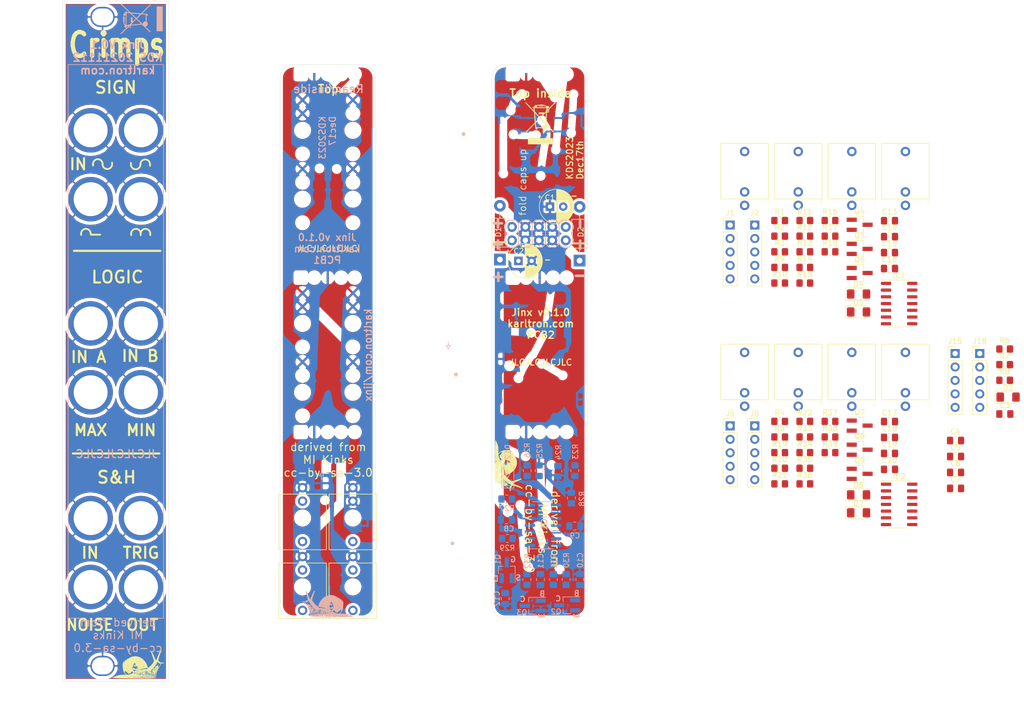
<source format=kicad_pcb>
(kicad_pcb (version 20221018) (generator pcbnew)
  (title_block (title "Crimps") (date "2021-12-15") (rev "1.2.2") (company "karltron.com") (comment 1 "Kinks Clone"))
  (layers (0 "F.Cu" signal) (31 "B.Cu" signal) (34 "B.Paste" user) (35 "F.Paste" user) (36 "B.SilkS" user "B.Silkscreen") (37 "F.SilkS" user "F.Silkscreen") (38 "B.Mask" user) (39 "F.Mask" user) (44 "Edge.Cuts" user))
  (net 0 "")
  (net 1 "GND")
  (net 2 "VEE")
  (net 3 "VCC")
  (net 4 "Net-(C11-Pad2)")
  (net 5 "Net-(J10-3)")
  (net 6 "Net-(Q2-E)")
  (net 7 "Net-(Q3-C)")
  (net 8 "Net-(IC3D-+)")
  (net 9 "Net-(Q5-C)")
  (net 10 "Net-(C13-Pad2)")
  (net 11 "Net-(Q4-E)")
  (net 12 "Net-(J16-3)")
  (net 13 "Net-(Q8-C)")
  (net 14 "Net-(C17-Pad2)")
  (net 15 "TrigInT")
  (net 16 "SHOutB")
  (net 17 "SHInB")
  (net 18 "NoiseB")
  (net 19 "SHInT")
  (net 20 "SHOutT")
  (net 21 "NoiseT")
  (net 22 "TrigInB")
  (net 23 "Net-(Q7-E)")
  (net 24 "Net-(J17-3)")
  (net 25 "Net-(D1-A)")
  (net 26 "Net-(D2-K)")
  (net 27 "Net-(D4-K)")
  (net 28 "Net-(D4-A)")
  (net 29 "Net-(D6-K)")
  (net 30 "Net-(D6-A)")
  (net 31 "Net-(D12-A)")
  (net 32 "Net-(D12-K)")
  (net 33 "Net-(IC3C-+)")
  (net 34 "Net-(IC3C--)")
  (net 35 "Net-(IC3B--)")
  (net 36 "Net-(IC3A--)")
  (net 38 "Net-(J13-2)")
  (net 40 "Net-(J4-3)")
  (net 42 "Net-(J14-2)")
  (net 44 "Net-(J8-3)")
  (net 45 "Net-(J11-3)")
  (net 47 "Net-(J12-3)")
  (net 50 "Net-(Q2-B)")
  (net 51 "Net-(Q4-B)")
  (net 53 "Net-(Q7-B)")
  (net 55 "Net-(IC1D-+)")
  (net 56 "Net-(IC2D-+)")
  (net 57 "Net-(IC1A--)")
  (net 58 "Net-(IC1B--)")
  (net 59 "Net-(IC1C--)")
  (net 60 "Net-(IC1C-+)")
  (net 61 "Net-(IC2A--)")
  (net 62 "Net-(IC2B--)")
  (net 63 "Net-(IC2C--)")
  (net 64 "Net-(IC2C-+)")
  (footprint "MountingHole:SLOT-1" (layer "F.Cu") (at 68.1 40.8)
    (fp_text reference "H1" hide)
    (fp_text value "MountingHole_Pad" hide)
    (pad "1" thru_hole oval (at 0 0) (size 4.6 3.8) (drill oval 4 3.2) (layers "*.Cu" "*.Mask") (net 1 "GND"))
  )
  (footprint "MountingHole:SLOT-1" (layer "F.Cu") (at 68.1 163.3)
    (fp_text reference "H14" hide)
    (fp_text value "MountingHole_Pad" hide)
    (pad "1" thru_hole oval (at 0 0) (size 4.6 3.8) (drill oval 4 3.2) (layers "*.Cu" "*.Mask") (net 1 "GND"))
  )
  (footprint "Symbol:snail4.sm" (layer "F.Cu") (at 75.1 162.9)
    (fp_text reference "G1" hide)
    (fp_text value "Logo_Open_Hardware_Small" hide)
  )
  (footprint "MountingHole:MountingHole_6.4mm_M6_Pad" (layer "F.Cu") (at 75.35 75.2)
    (fp_text reference "H2" hide)
    (fp_text value "J1")
    (pad "1" thru_hole circle (at 0 0) (size 8.4 8.4) (drill 6.4) (layers "*.Cu" "*.Mask") (net 1 "GND"))
  )
  (footprint "MountingHole:MountingHole_6.4mm_M6_Pad" (layer "F.Cu") (at 75.35 111.65)
    (fp_text reference "H2" hide)
    (fp_text value "J1")
    (pad "1" thru_hole circle (at 0 0) (size 8.4 8.4) (drill 6.4) (layers "*.Cu" "*.Mask") (net 1 "GND"))
  )
  (footprint "MountingHole:MountingHole_6.4mm_M6_Pad" (layer "F.Cu") (at 75.35 135.4)
    (fp_text reference "H2" hide)
    (fp_text value "J1")
    (pad "1" thru_hole circle (at 0 0) (size 8.4 8.4) (drill 6.4) (layers "*.Cu" "*.Mask") (net 1 "GND"))
  )
  (footprint "MountingHole:MountingHole_6.4mm_M6_Pad" (layer "F.Cu") (at 65.85 111.65)
    (fp_text reference "H2" hide)
    (fp_text value "J1")
    (pad "1" thru_hole circle (at 0 0) (size 8.4 8.4) (drill 6.4) (layers "*.Cu" "*.Mask") (net 1 "GND"))
  )
  (footprint "MountingHole:MountingHole_6.4mm_M6_Pad" (layer "F.Cu") (at 75.35 98.65)
    (fp_text reference "H2" hide)
    (fp_text value "J1")
    (pad "1" thru_hole circle (at 0 0) (size 8.4 8.4) (drill 6.4) (layers "*.Cu" "*.Mask") (net 1 "GND"))
  )
  (footprint "MountingHole:MountingHole_6.4mm_M6_Pad" (layer "F.Cu") (at 65.85 135.4)
    (fp_text reference "H2" hide)
    (fp_text value "J1")
    (pad "1" thru_hole circle (at 0 0) (size 8.4 8.4) (drill 6.4) (layers "*.Cu" "*.Mask") (net 1 "GND"))
  )
  (footprint "MountingHole:MountingHole_6.4mm_M6_Pad" (layer "F.Cu") (at 65.85 148.4)
    (fp_text reference "H6" hide)
    (fp_text value "J2")
    (pad "1" thru_hole circle (at 0 0) (size 8.4 8.4) (drill 6.4) (layers "*.Cu" "*.Mask") (net 1 "GND"))
  )
  (footprint "k2:WQP_PJ_301M6" (layer "F.Cu") (at 115.35 135.375 180)
    (fp_text reference "J10" hide)
    (fp_text value "PJ301_THONKICONN6" hide)
    (pad "" np_thru_hole circle (at 0 0 180) (size 2.2 2.2) (drill 2.2) (layers "*.Cu" "*.Mask"))
    (pad "P1" thru_hole circle (at 0 5.715 180) (size 1.778 1.778) (drill 1.016) (layers "*.Cu" "*.Mask") (net 1 "GND"))
    (pad "P2" thru_hole circle (at 0 3.175 180) (size 1.778 1.778) (drill 1.016) (layers "*.Cu" "*.Mask") (net 1 "GND"))
    (pad "P3" thru_hole circle (at 0 -4.445 180) (size 1.778 1.778) (drill 1.016) (layers "*.Cu" "*.Mask") (net 5 "Net-(J10-3)"))
  )
  (footprint "MountingHole:MountingHole_6.4mm_M6_Pad" (layer "F.Cu") (at 65.85 75.2)
    (fp_text reference "H2" hide)
    (fp_text value "J1")
    (pad "1" thru_hole circle (at 0 0) (size 8.4 8.4) (drill 6.4) (layers "*.Cu" "*.Mask") (net 1 "GND"))
  )
  (footprint "MountingHole:MountingHole_6.4mm_M6_Pad" (layer "F.Cu") (at 75.35 62.2)
    (fp_text reference "H2" hide)
    (fp_text value "J1")
    (pad "1" thru_hole circle (at 0 0) (size 8.4 8.4) (drill 6.4) (layers "*.Cu" "*.Mask") (net 1 "GND"))
  )
  (footprint "k2:WQP_PJ_301M6" (layer "F.Cu") (at 105.85 135.375 180)
    (fp_text reference "J9" hide)
    (fp_text value "PJ301_THONKICONN6" hide)
    (pad "" np_thru_hole circle (at 0 0 180) (size 2.2 2.2) (drill 2.2) (layers "*.Cu" "*.Mask"))
    (pad "P1" thru_hole circle (at 0 5.715 180) (size 1.778 1.778) (drill 1.016) (layers "*.Cu" "*.Mask") (net 1 "GND"))
    (pad "P2" thru_hole circle (at 0 3.175 180) (size 1.778 1.778) (drill 1.016) (layers "*.Cu" "*.Mask") (net 45 "Net-(J11-3)"))
    (pad "P3" thru_hole circle (at 0 -4.445 180) (size 1.778 1.778) (drill 1.016) (layers "*.Cu" "*.Mask") (net 19 "SHInT"))
  )
  (footprint "k2:WQP_PJ_301M6" (layer "F.Cu") (at 105.85 148.375 180)
    (fp_text reference "J11" hide)
    (fp_text value "PJ301_THONKICONN6" hide)
    (pad "" np_thru_hole circle (at 0 0 180) (size 2.2 2.2) (drill 2.2) (layers "*.Cu" "*.Mask"))
    (pad "P1" thru_hole circle (at 0 5.715 180) (size 1.778 1.778) (drill 1.016) (layers "*.Cu" "*.Mask") (net 1 "GND"))
    (pad "P2" thru_hole circle (at 0 3.175 180) (size 1.778 1.778) (drill 1.016) (layers "*.Cu" "*.Mask"))
    (pad "P3" thru_hole circle (at 0 -4.445 180) (size 1.778 1.778) (drill 1.016) (layers "*.Cu" "*.Mask") (net 45 "Net-(J11-3)"))
  )
  (footprint "MountingHole:MountingHole_6.4mm_M6_Pad" (layer "F.Cu") (at 75.35 148.4)
    (fp_text reference "H6" hide)
    (fp_text value "J2")
    (pad "1" thru_hole circle (at 0 0) (size 8.4 8.4) (drill 6.4) (layers "*.Cu" "*.Mask") (net 1 "GND"))
  )
  (footprint "k2:WQP_PJ_301M6" (layer "F.Cu") (at 115.35 148.375 180)
    (fp_text reference "J12" hide)
    (fp_text value "PJ301_THONKICONN6" hide)
    (pad "" np_thru_hole circle (at 0 0 180) (size 2.2 2.2) (drill 2.2) (layers "*.Cu" "*.Mask"))
    (pad "P1" thru_hole circle (at 0 5.715 180) (size 1.778 1.778) (drill 1.016) (layers "*.Cu" "*.Mask") (net 1 "GND"))
    (pad "P2" thru_hole circle (at 0 3.175 180) (size 1.778 1.778) (drill 1.016) (layers "*.Cu" "*.Mask"))
    (pad "P3" thru_hole circle (at 0 -4.445 180) (size 1.778 1.778) (drill 1.016) (layers "*.Cu" "*.Mask") (net 47 "Net-(J12-3)"))
  )
  (footprint "MountingHole:MountingHole_6.4mm_M6_Pad" (layer "F.Cu") (at 65.85 98.65)
    (fp_text reference "H6" hide)
    (fp_text value "J2")
    (pad "1" thru_hole circle (at 0 0) (size 8.4 8.4) (drill 6.4) (layers "*.Cu" "*.Mask") (net 1 "GND"))
  )
  (footprint "Symbol:snail4.sm" (layer "F.Cu") (at 144.9 125.75 -90)
    (fp_text reference "G***" hide)
    (fp_text value "LOGO" hide)
  )
  (footprint "Capacitor_THT:CP_Radial_D6.3mm_P2.50mm" (layer "F.Cu") (at 146.6 86.85)
    (fp_text reference "C2" (at 0.05 -1.85) (layer "F.SilkS"))
    (fp_text value "22u")
    (pad "1" thru_hole rect (at 0 0) (size 1.6 1.6) (drill 0.8) (layers "*.Cu" "*.Mask") (net 3 "VCC"))
    (pad "2" thru_hole circle (at 2.5 0) (size 1.6 1.6) (drill 0.8) (layers "*.Cu" "*.Mask") (net 1 "GND"))
  )
  (footprint "Capacitor_THT:CP_Radial_D6.3mm_P2.50mm" (layer "F.Cu") (at 152.55 76.6)
    (fp_text reference "C1" (at 0 -1.68) (layer "F.SilkS"))
    (fp_text value "22u")
    (pad "1" thru_hole rect (at 0 0) (size 1.6 1.6) (drill 0.8) (layers "*.Cu" "*.Mask") (net 1 "GND"))
    (pad "2" thru_hole circle (at 2.5 0) (size 1.6 1.6) (drill 0.8) (layers "*.Cu" "*.Mask") (net 2 "VEE"))
  )
  (footprint "Diode_THT:D_DO-41_SOD81_P10.16mm_Horizontal" (layer "F.Cu") (at 158.15 86.8 90)
    (fp_text reference "D2" (at 5.4 0.2 90) (layer "F.SilkS"))
    (fp_text value "S1JL")
    (pad "1" thru_hole rect (at 0 0 90) (size 2.2 2.2) (drill 1.1) (layers "*.Cu" "*.Mask") (net 26 "Net-(D2-K)"))
    (pad "2" thru_hole oval (at 10.16 0 90) (size 2.2 2.2) (drill 1.1) (layers "*.Cu" "*.Mask") (net 2 "VEE"))
  )
  (footprint "Diode_THT:D_DO-41_SOD81_P10.16mm_Horizontal" (layer "F.Cu") (at 143.1 86.6 90)
    (fp_text reference "D1" (at 5.2 -0.3 90) (layer "F.SilkS"))
    (fp_text value "S1JL")
    (pad "1" thru_hole rect (at 0 0 90) (size 2.2 2.2) (drill 1.1) (layers "*.Cu" "*.Mask") (net 3 "VCC"))
    (pad "2" thru_hole oval (at 10.16 0 90) (size 2.2 2.2) (drill 1.1) (layers "*.Cu" "*.Mask") (net 25 "Net-(D1-A)"))
  )
  (footprint "MountingHole:MountingHole_6.4mm_M6_Pad" (layer "F.Cu") (at 65.85 62.2)
    (fp_text reference "H2" hide)
    (fp_text value "J1")
    (pad "1" thru_hole circle (at 0 0) (size 8.4 8.4) (drill 6.4) (layers "*.Cu" "*.Mask") (net 1 "GND"))
  )
  (footprint "Symbol:WEEE-Logo_5.6x8mm_SilkScreen" (layer "F.Cu") (at 150.75 60.825)
    (fp_text reference "REF**" hide)
    (fp_text value "WEEE-Logo_5.6x8mm_SilkScreen" hide)
  )
  (footprint "Connector_PinHeader_2.54mm:PinHeader_1x05_P2.54mm_Vertical" (layer "F.Cu") (at 233.6825 104.33)
    (fp_text reference "J18" (at 0 -2.33) (layer "F.SilkS"))
    (fp_text value "Conn_01x05_Male")
    (pad "1" thru_hole rect (at 0 0) (size 1.7 1.7) (drill 1) (layers "*.Cu" "*.Mask") (net 21 "NoiseT"))
    (pad "2" thru_hole oval (at 0 2.54) (size 1.7 1.7) (drill 1) (layers "*.Cu" "*.Mask") (net 1 "GND"))
    (pad "3" thru_hole oval (at 0 5.08) (size 1.7 1.7) (drill 1) (layers "*.Cu" "*.Mask") (net 20 "SHOutT"))
    (pad "4" thru_hole oval (at 0 7.62) (size 1.7 1.7) (drill 1) (layers "*.Cu" "*.Mask") (net 19 "SHInT"))
    (pad "5" thru_hole oval (at 0 10.16) (size 1.7 1.7) (drill 1) (layers "*.Cu" "*.Mask") (net 15 "TrigInT"))
  )
  (footprint "Connector_PinHeader_2.54mm:PinHeader_1x05_P2.54mm_Vertical" (layer "F.Cu") (at 186.5625 80.08)
    (fp_text reference "J1" (at 0 -2.33) (layer "F.SilkS"))
    (fp_text value "Conn_01x05_Male")
    (pad "1" thru_hole rect (at 0 0) (size 1.7 1.7) (drill 1) (layers "*.Cu" "*.Mask") (net 21 "NoiseT"))
    (pad "2" thru_hole oval (at 0 2.54) (size 1.7 1.7) (drill 1) (layers "*.Cu" "*.Mask") (net 1 "GND"))
    (pad "3" thru_hole oval (at 0 5.08) (size 1.7 1.7) (drill 1) (layers "*.Cu" "*.Mask") (net 20 "SHOutT"))
    (pad "4" thru_hole oval (at 0 7.62) (size 1.7 1.7) (drill 1) (layers "*.Cu" "*.Mask") (net 19 "SHInT"))
    (pad "5" thru_hole oval (at 0 10.16) (size 1.7 1.7) (drill 1) (layers "*.Cu" "*.Mask") (net 15 "TrigInT"))
  )
  (footprint "Capacitor_SMD:C_0805_2012Metric_Pad1.18x1.45mm_HandSolder" (layer "F.Cu") (at 216.6425 88.29)
    (fp_text reference "C16" (at 0 -1.68) (layer "F.SilkS"))
    (fp_text value "100p")
    (pad "1" smd roundrect (at -1.0375 0) (size 1.175 1.45) (layers "F.Cu" "F.Paste" "F.Mask") (roundrect_rratio 0.212766) (net 12 "Net-(J16-3)"))
    (pad "2" smd roundrect (at 1.0375 0) (size 1.175 1.45) (layers "F.Cu" "F.Paste" "F.Mask") (roundrect_rratio 0.212766) (net 15 "TrigInT"))
  )
  (footprint "k2:WQP_PJ_301M6" (layer "F.Cu") (at 209.534 70.6529)
    (fp_text reference "J13" (at 4.0474 4.7075 -90) (layer "F.SilkS") (effects (font (size 0.4826 0.4826) (thickness 0.038608)) (justify right top)))
    (fp_text value "PJ301_THONKICONN6" hide)
    (pad "" np_thru_hole circle (at 0 0) (size 2.2 2.2) (drill 2.2) (layers "*.Cu" "*.Mask"))
    (pad "P1" thru_hole circle (at 0 5.715) (size 1.778 1.778) (drill 1.016) (layers "*.Cu" "*.Mask") (net 1 "GND"))
    (pad "P2" thru_hole circle (at 0 3.175) (size 1.778 1.778) (drill 1.016) (layers "*.Cu" "*.Mask") (net 38 "Net-(J13-2)"))
    (pad "P3" thru_hole circle (at 0 -4.445) (size 1.778 1.778) (drill 1.016) (layers "*.Cu" "*.Mask") (net 19 "SHInT"))
  )
  (footprint "Connector_PinHeader_2.54mm:PinHeader_1x05_P2.54mm_Vertical" (layer "F.Cu") (at 186.5625 117.99)
    (fp_text reference "J5" (at 0 -2.33) (layer "F.SilkS"))
    (fp_text value "Conn_01x05_Male")
    (pad "1" thru_hole rect (at 0 0) (size 1.7 1.7) (drill 1) (layers "*.Cu" "*.Mask") (net 21 "NoiseT"))
    (pad "2" thru_hole oval (at 0 2.54) (size 1.7 1.7) (drill 1) (layers "*.Cu" "*.Mask") (net 1 "GND"))
    (pad "3" thru_hole oval (at 0 5.08) (size 1.7 1.7) (drill 1) (layers "*.Cu" "*.Mask") (net 20 "SHOutT"))
    (pad "4" thru_hole oval (at 0 7.62) (size 1.7 1.7) (drill 1) (layers "*.Cu" "*.Mask") (net 19 "SHInT"))
    (pad "5" thru_hole oval (at 0 10.16) (size 1.7 1.7) (drill 1) (layers "*.Cu" "*.Mask") (net 15 "TrigInT"))
  )
  (footprint "Capacitor_SMD:C_0805_2012Metric_Pad1.18x1.45mm_HandSolder" (layer "F.Cu") (at 216.6425 126.2)
    (fp_text reference "C20" (at 0 -1.68) (layer "F.SilkS"))
    (fp_text value "100p")
    (pad "1" smd roundrect (at -1.0375 0) (size 1.175 1.45) (layers "F.Cu" "F.Paste" "F.Mask") (roundrect_rratio 0.212766) (net 24 "Net-(J17-3)"))
    (pad "2" smd roundrect (at 1.0375 0) (size 1.175 1.45) (layers "F.Cu" "F.Paste" "F.Mask") (roundrect_rratio 0.212766) (net 15 "TrigInT"))
  )
  (footprint "k2:WQP_PJ_301M6" (layer "F.Cu") (at 189.2968 70.6529)
    (fp_text reference "J3" (at 4.0474 4.7075 -90) (layer "F.SilkS") (effects (font (size 0.4826 0.4826) (thickness 0.038608)) (justify right top)))
    (fp_text value "PJ301_THONKICONN6" hide)
    (pad "" np_thru_hole circle (at 0 0) (size 2.2 2.2) (drill 2.2) (layers "*.Cu" "*.Mask"))
    (pad "P1" thru_hole circle (at 0 5.715) (size 1.778 1.778) (drill 1.016) (layers "*.Cu" "*.Mask") (net 1 "GND"))
    (pad "P2" thru_hole circle (at 0 3.175) (size 1.778 1.778) (drill 1.016) (layers "*.Cu" "*.Mask"))
    (pad "P3" thru_hole circle (at 0 -4.445) (size 1.778 1.778) (drill 1.016) (layers "*.Cu" "*.Mask") (net 38 "Net-(J13-2)"))
  )
  (footprint "Capacitor_SMD:C_0805_2012Metric_Pad1.18x1.45mm_HandSolder" (layer "F.Cu") (at 229.1125 126.78)
    (fp_text reference "C6" (at 0 -1.68) (layer "F.SilkS"))
    (fp_text value "100n")
    (pad "1" smd roundrect (at -1.0375 0) (size 1.175 1.45) (layers "F.Cu" "F.Paste" "F.Mask") (roundrect_rratio 0.212766) (net 3 "VCC"))
    (pad "2" smd roundrect (at 1.0375 0) (size 1.175 1.45) (layers "F.Cu" "F.Paste" "F.Mask") (roundrect_rratio 0.212766) (net 1 "GND"))
  )
  (footprint "Resistor_SMD:R_0805_2012Metric_Pad1.20x1.40mm_HandSolder" (layer "F.Cu") (at 195.9125 91.03)
    (fp_text reference "R10" (at 0 -1.65) (layer "F.SilkS"))
    (fp_text value "180")
    (pad "1" smd roundrect (at -1 0) (size 1.2 1.4) (layers "F.Cu" "F.Paste" "F.Mask") (roundrect_rratio 0.208333) (net 38 "Net-(J13-2)"))
    (pad "2" smd roundrect (at 1 0) (size 1.2 1.4) (layers "F.Cu" "F.Paste" "F.Mask") (roundrect_rratio 0.208333) (net 21 "NoiseT"))
  )
  (footprint "k2:WQP_PJ_301M6" (layer "F.Cu") (at 199.4154 70.6529)
    (fp_text reference "J4" (at 4.0474 4.7075 -90) (layer "F.SilkS") (effects (font (size 0.4826 0.4826) (thickness 0.038608)) (justify right top)))
    (fp_text value "PJ301_THONKICONN6" hide)
    (pad "" np_thru_hole circle (at 0 0) (size 2.2 2.2) (drill 2.2) (layers "*.Cu" "*.Mask"))
    (pad "P1" thru_hole circle (at 0 5.715) (size 1.778 1.778) (drill 1.016) (layers "*.Cu" "*.Mask") (net 1 "GND"))
    (pad "P2" thru_hole circle (at 0 3.175) (size 1.778 1.778) (drill 1.016) (layers "*.Cu" "*.Mask"))
    (pad "P3" thru_hole circle (at 0 -4.445) (size 1.778 1.778) (drill 1.016) (layers "*.Cu" "*.Mask") (net 40 "Net-(J4-3)"))
  )
  (footprint "Resistor_SMD:R_0805_2012Metric_Pad1.20x1.40mm_HandSolder" (layer "F.Cu") (at 195.9125 82.18)
    (fp_text reference "R2" (at 0 -1.65) (layer "F.SilkS"))
    (fp_text value "4.7k")
    (pad "1" smd roundrect (at -1 0) (size 1.2 1.4) (layers "F.Cu" "F.Paste" "F.Mask") (roundrect_rratio 0.208333) (net 9 "Net-(Q5-C)"))
    (pad "2" smd roundrect (at 1 0) (size 1.2 1.4) (layers "F.Cu" "F.Paste" "F.Mask") (roundrect_rratio 0.208333) (net 3 "VCC"))
  )
  (footprint "k2:WQP_PJ_301M6" (layer "F.Cu") (at 189.2968 108.5629)
    (fp_text reference "J7" (at 4.0474 4.7075 -90) (layer "F.SilkS") (effects (font (size 0.4826 0.4826) (thickness 0.038608)) (justify right top)))
    (fp_text value "PJ301_THONKICONN6" hide)
    (pad "" np_thru_hole circle (at 0 0) (size 2.2 2.2) (drill 2.2) (layers "*.Cu" "*.Mask"))
    (pad "P1" thru_hole circle (at 0 5.715) (size 1.778 1.778) (drill 1.016) (layers "*.Cu" "*.Mask") (net 1 "GND"))
    (pad "P2" thru_hole circle (at 0 3.175) (size 1.778 1.778) (drill 1.016) (layers "*.Cu" "*.Mask"))
    (pad "P3" thru_hole circle (at 0 -4.445) (size 1.778 1.778) (drill 1.016) (layers "*.Cu" "*.Mask") (net 42 "Net-(J14-2)"))
  )
  (footprint "k2:WQP_PJ_301M6" (layer "F.Cu") (at 209.534 108.5629)
    (fp_text reference "J14" (at 4.0474 4.7075 -90) (layer "F.SilkS") (effects (font (size 0.4826 0.4826) (thickness 0.038608)) (justify right top)))
    (fp_text value "PJ301_THONKICONN6" hide)
    (pad "" np_thru_hole circle (at 0 0) (size 2.2 2.2) (drill 2.2) (layers "*.Cu" "*.Mask"))
    (pad "P1" thru_hole circle (at 0 5.715) (size 1.778 1.778) (drill 1.016) (layers "*.Cu" "*.Mask") (net 1 "GND"))
    (pad "P2" thru_hole circle (at 0 3.175) (size 1.778 1.778) (drill 1.016) (layers "*.Cu" "*.Mask") (net 42 "Net-(J14-2)"))
    (pad "P3" thru_hole circle (at 0 -4.445) (size 1.778 1.778) (drill 1.016) (layers "*.Cu" "*.Mask") (net 19 "SHInT"))
  )
  (footprint "Resistor_SMD:R_0805_2012Metric_Pad1.20x1.40mm_HandSolder" (layer "F.Cu") (at 195.9125 120.09)
    (fp_text reference "R5" (at 0 -1.65) (layer "F.SilkS"))
    (fp_text value "4.7k")
    (pad "1" smd roundrect (at -1 0) (size 1.2 1.4) (layers "F.Cu" "F.Paste" "F.Mask") (roundrect_rratio 0.208333) (net 13 "Net-(Q8-C)"))
    (pad "2" smd roundrect (at 1 0) (size 1.2 1.4) (layers "F.Cu" "F.Paste" "F.Mask") (roundrect_rratio 0.208333) (net 3 "VCC"))
  )
  (footprint "Resistor_SMD:R_0805_2012Metric_Pad1.20x1.40mm_HandSolder" (layer "F.Cu") (at 205.4125 117.14)
    (fp_text reference "R37" (at 0 -1.65) (layer "F.SilkS"))
    (fp_text value "100k")
    (pad "1" smd roundrect (at -1 0) (size 1.2 1.4) (layers "F.Cu" "F.Paste" "F.Mask") (roundrect_rratio 0.208333) (net 1 "GND"))
    (pad "2" smd roundrect (at 1 0) (size 1.2 1.4) (layers "F.Cu" "F.Paste" "F.Mask") (roundrect_rratio 0.208333) (net 24 "Net-(J17-3)"))
  )
  (footprint "Resistor_SMD:R_0805_2012Metric_Pad1.20x1.40mm_HandSolder" (layer "F.Cu") (at 195.9125 123.04)
    (fp_text reference "R19" (at 0 -1.65) (layer "F.SilkS"))
    (fp_text value "470K")
    (pad "1" smd roundrect (at -1 0) (size 1.2 1.4) (layers "F.Cu" "F.Paste" "F.Mask") (roundrect_rratio 0.208333) (net 18 "NoiseB"))
    (pad "2" smd roundrect (at 1 0) (size 1.2 1.4) (layers "F.Cu" "F.Paste" "F.Mask") (roundrect_rratio 0.208333) (net 62 "Net-(IC2B--)"))
  )
  (footprint "Resistor_SMD:R_0805_2012Metric_Pad1.20x1.40mm_HandSolder" (layer "F.Cu") (at 200.6625 85.13)
    (fp_text reference "R13" (at 0 -1.65) (layer "F.SilkS"))
    (fp_text value "1.0M")
    (pad "1" smd roundrect (at -1 0) (size 1.2 1.4) (layers "F.Cu" "F.Paste" "F.Mask") (roundrect_rratio 0.208333) (net 17 "SHInB"))
    (pad "2" smd roundrect (at 1 0) (size 1.2 1.4) (layers "F.Cu" "F.Paste" "F.Mask") (roundrect_rratio 0.208333) (net 1 "GND"))
  )
  (footprint "Resistor_SMD:R_0805_2012Metric_Pad1.20x1.40mm_HandSolder" (layer "F.Cu") (at 200.6625 88.08)
    (fp_text reference "R14" (at 0 -1.65) (layer "F.SilkS"))
    (fp_text value "1.0M")
    (pad "1" smd roundrect (at -1 0) (size 1.2 1.4) (layers "F.Cu" "F.Paste" "F.Mask") (roundrect_rratio 0.208333) (net 59 "Net-(IC1C--)"))
    (pad "2" smd roundrect (at 1 0) (size 1.2 1.4) (layers "F.Cu" "F.Paste" "F.Mask") (roundrect_rratio 0.208333) (net 3 "VCC"))
  )
  (footprint "Resistor_SMD:R_0805_2012Metric_Pad1.20x1.40mm_HandSolder" (layer "F.Cu") (at 200.6625 128.94)
    (fp_text reference "R36" (at 0 -1.65) (layer "F.SilkS"))
    (fp_text value "10k")
    (pad "1" smd roundrect (at -1 0) (size 1.2 1.4) (layers "F.Cu" "F.Paste" "F.Mask") (roundrect_rratio 0.208333) (net 22 "TrigInB"))
    (pad "2" smd roundrect (at 1 0) (size 1.2 1.4) (layers "F.Cu" "F.Paste" "F.Mask") (roundrect_rratio 0.208333) (net 64 "Net-(IC2C-+)"))
  )
  (footprint "Resistor_SMD:R_0805_2012Metric_Pad1.20x1.40mm_HandSolder" (layer "F.Cu") (at 205.4125 123.04)
    (fp_text reference "R39" (at 0 -1.65) (layer "F.SilkS"))
    (fp_text value "10k")
    (pad "1" smd roundrect (at -1 0) (size 1.2 1.4) (layers "F.Cu" "F.Paste" "F.Mask") (roundrect_rratio 0.208333) (net 1 "GND"))
    (pad "2" smd roundrect (at 1 0) (size 1.2 1.4) (layers "F.Cu" "F.Paste" "F.Mask") (roundrect_rratio 0.208333) (net 63 "Net-(IC2C--)"))
  )
  (footprint "Diode_SMD:D_1206_3216Metric_Pad1.42x1.75mm_HandSolder" (layer "F.Cu") (at 210.8075 131.01)
    (fp_text reference "D6" (at 0 -1.82) (layer "F.SilkS"))
    (fp_text value "1N4148")
    (pad "1" smd roundrect (at -1.4875 0) (size 1.425 1.75) (layers "F.Cu" "F.Paste" "F.Mask") (roundrect_rratio 0.175439) (net 29 "Net-(D6-K)"))
    (pad "2" smd roundrect (at 1.4875 0) (size 1.425 1.75) (layers "F.Cu" "F.Paste" "F.Mask") (roundrect_rratio 0.175439) (net 30 "Net-(D6-A)"))
  )
  (footprint "k2:WQP_PJ_301M6" (layer "F.Cu") (at 219.6526 108.5629)
    (fp_text reference "J17" (at 4.0474 4.7075 -90) (layer "F.SilkS") (effects (font (size 0.4826 0.4826) (thickness 0.038608)) (justify right top)))
    (fp_text value "PJ301_THONKICONN6" hide)
    (pad "" np_thru_hole circle (at 0 0) (size 2.2 2.2) (drill 2.2) (layers "*.Cu" "*.Mask"))
    (pad "P1" thru_hole circle (at 0 5.715) (size 1.778 1.778) (drill 1.016) (layers "*.Cu" "*.Mask") (net 1 "GND"))
    (pad "P2" thru_hole circle (at 0 3.175) (size 1.778 1.778) (drill 1.016) (layers "*.Cu" "*.Mask") (net 1 "GND"))
    (pad "P3" thru_hole circle (at 0 -4.445) (size 1.778 1.778) (drill 1.016) (layers "*.Cu" "*.Mask") (net 24 "Net-(J17-3)"))
  )
  (footprint "Package_TO_SOT_SMD:SOT-23_Handsoldering" (layer "F.Cu") (at 211.0125 122.49)
    (fp_text reference "Q8" (at 0 -2.5) (layer "F.SilkS"))
    (fp_text value "MMBT3904")
    (pad "1" smd rect (at -1.5 -0.95) (size 1.9 0.8) (layers "F.Cu" "F.Paste" "F.Mask") (net 53 "Net-(Q7-B)"))
    (pad "2" smd rect (at -1.5 0.95) (size 1.9 0.8) (layers "F.Cu" "F.Paste" "F.Mask") (net 1 "GND"))
    (pad "3" smd rect (at 1.5 0) (size 1.9 0.8) (layers "F.Cu" "F.Paste" "F.Mask") (net 13 "Net-(Q8-C)"))
  )
  (footprint "Package_TO_SOT_SMD:SOT-23_Handsoldering" (layer "F.Cu") (at 211.0125 89.13)
    (fp_text reference "Q6" (at 0 -2.5) (layer "F.SilkS"))
    (fp_text value "MMBFJ309")
    (pad "1" smd rect (at -1.5 -0.95) (size 1.9 0.8) (layers "F.Cu" "F.Paste" "F.Mask") (net 55 "Net-(IC1D-+)"))
    (pad "2" smd rect (at -1.5 0.95) (size 1.9 0.8) (layers "F.Cu" "F.Paste" "F.Mask") (net 57 "Net-(IC1A--)"))
    (pad "3" smd rect (at 1.5 0) (size 1.9 0.8) (layers "F.Cu" "F.Paste" "F.Mask") (net 28 "Net-(D4-A)"))
  )
  (footprint "Connector_PinHeader_2.54mm:PinHeader_1x05_P2.54mm_Vertical" (layer "F.Cu") (at 191.2125 117.99)
    (fp_text reference "J6" (at 0 -2.33) (layer "F.SilkS"))
    (fp_text value "Conn_01x05_Female")
    (pad "1" thru_hole rect (at 0 0) (size 1.7 1.7) (drill 1) (layers "*.Cu" "*.Mask") (net 18 "NoiseB"))
    (pad "2" thru_hole oval (at 0 2.54) (size 1.7 1.7) (drill 1) (layers "*.Cu" "*.Mask") (net 1 "GND"))
    (pad "3" thru_hole oval (at 0 5.08) (size 1.7 1.7) (drill 1) (layers "*.Cu" "*.Mask") (net 16 "SHOutB"))
    (pad "4" thru_hole oval (at 0 7.62) (size 1.7 1.7) (drill 1) (layers "*.Cu" "*.Mask") (net 17 "SHInB"))
    (pad "5" thru_hole oval (at 0 10.16) (size 1.7 1.7) (drill 1) (layers "*.Cu" "*.Mask") (net 22 "TrigInB"))
  )
  (footprint "Resistor_SMD:R_0805_2012Metric_Pad1.20x1.40mm_HandSolder" (layer "F.Cu") (at 200.6625 117.14)
    (fp_text reference "R22" (at 0 -1.65) (layer "F.SilkS"))
    (fp_text value "180")
    (pad "1" smd roundrect (at -1 0) (size 1.2 1.4) (layers "F.Cu" "F.Paste" "F.Mask") (roundrect_rratio 0.208333) (net 44 "Net-(J8-3)"))
    (pad "2" smd roundrect (at 1 0) (size 1.2 1.4) (layers "F.Cu" "F.Paste" "F.Mask") (roundrect_rratio 0.208333) (net 20 "SHOutT"))
  )
  (footprint "Resistor_SMD:R_0805_2012Metric_Pad1.20x1.40mm_HandSolder" (layer "F.Cu") (at 195.9125 79.23)
    (fp_text reference "R1" (at 0 -1.65) (layer "F.SilkS"))
    (fp_text value "470k")
    (pad "1" smd roundrect (at -1 0) (size 1.2 1.4) (layers "F.Cu" "F.Paste" "F.Mask") (roundrect_rratio 0.208333) (net 3 "VCC"))
    (pad "2" smd roundrect (at 1 0) (size 1.2 1.4) (layers "F.Cu" "F.Paste" "F.Mask") (roundrect_rratio 0.208333) (net 11 "Net-(Q4-E)"))
  )
  (footprint "Resistor_SMD:R_0805_2012Metric_Pad1.20x1.40mm_HandSolder" (layer "F.Cu") (at 205.4125 82.18)
    (fp_text reference "R17" (at 0 -1.65) (layer "F.SilkS"))
    (fp_text value "100k")
    (pad "1" smd roundrect (at -1 0) (size 1.2 1.4) (layers "F.Cu" "F.Paste" "F.Mask") (roundrect_rratio 0.208333) (net 1 "GND"))
    (pad "2" smd roundrect (at 1 0) (size 1.2 1.4) (layers "F.Cu" "F.Paste" "F.Mask") (roundrect_rratio 0.208333) (net 60 "Net-(IC1C-+)"))
  )
  (footprint "k2:WQP_PJ_301M6" (layer "F.Cu") (at 199.4154 108.5629)
    (fp_text reference "J8" (at 4.0474 4.7075 -90) (layer "F.SilkS") (effects (font (size 0.4826 0.4826) (thickness 0.038608)) (justify right top)))
    (fp_text value "PJ301_THONKICONN6" hide)
    (pad "" np_thru_hole circle (at 0 0) (size 2.2 2.2) (drill 2.2) (layers "*.Cu" "*.Mask"))
    (pad "P1" thru_hole circle (at 0 5.715) (size 1.778 1.778) (drill 1.016) (layers "*.Cu" "*.Mask") (net 1 "GND"))
    (pad "P2" thru_hole circle (at 0 3.175) (size 1.778 1.778) (drill 1.016) (layers "*.Cu" "*.Mask"))
    (pad "P3" thru_hole circle (at 0 -4.445) (size 1.778 1.778) (drill 1.016) (layers "*.Cu" "*.Mask") (net 44 "Net-(J8-3)"))
  )
  (footprint "Resistor_SMD:R_0805_2012Metric_Pad1.20x1.40mm_HandSolder" (layer "F.Cu") (at 195.9125 128.94)
    (fp_text reference "R21" (at 0 -1.65) (layer "F.SilkS"))
    (fp_text value "180")
    (pad "1" smd roundrect (at -1 0) (size 1.2 1.4) (layers "F.Cu" "F.Paste" "F.Mask") (roundrect_rratio 0.208333) (net 42 "Net-(J14-2)"))
    (pad "2" smd roundrect (at 1 0) (size 1.2 1.4) (layers "F.Cu" "F.Paste" "F.Mask") (roundrect_rratio 0.208333) (net 21 "NoiseT"))
  )
  (footprint "Package_SO:SOIC-14_3.9x8.7mm_P1.27mm" (layer "F.Cu") (at 218.4625 94.9)
    (fp_text reference "IC1" (at 0 -5.28) (layer "F.SilkS"))
    (fp_text value "TL074")
    (pad "1" smd roundrect (at -2.475 -3.81) (size 1.95 0.6) (layers "F.Cu" "F.Paste" "F.Mask") (net 57 "Net-(IC1A--)"))
    (pad "2" smd roundrect (at -2.475 -2.54) (size 1.95 0.6) (layers "F.Cu" "F.Paste" "F.Mask") (net 57 "Net-(IC1A--)"))
    (pad "3" smd roundrect (at -2.475 -1.27) (size 1.95 0.6) (layers "F.Cu" "F.Paste" "F.Mask") (net 17 "SHInB"))
    (pad "4" smd roundrect (at -2.475 0) (size 1.95 0.6) (layers "F.Cu" "F.Paste" "F.Mask") (net 3 "VCC"))
    (pad "5" smd roundrect (at -2.475 1.27) (size 1.95 0.6) (layers "F.Cu" "F.Paste" "F.Mask") (net 1 "GND"))
    (pad "6" smd roundrect (at -2.475 2.54) (size 1.95 0.6) (layers "F.Cu" "F.Paste" "F.Mask") (net 58 "Net-(IC1B--)"))
    (pad "7" smd roundrect (at -2.475 3.81) (size 1.95 0.6) (layers "F.Cu" "F.Paste" "F.Mask") (net 18 "NoiseB"))
    (pad "8" smd roundrect (at 2.475 3.81) (size 1.95 0.6) (layers "F.Cu" "F.Paste" "F.Mask") (net 27 "Net-(D4-K)"))
    (pad "9" smd roundrect (at 2.475 2.54) (size 1.95 0.6) (layers "F.Cu" "F.Paste" "F.Mask") (net 59 "Net-(IC1C--)"))
    (pad "10" smd roundrect (at 2.475 1.27) (size 1.95 0.6) (layers "F.Cu" "F.Paste" "F.Mask") (net 60 "Net-(IC1C-+)"))
    (pad "11" smd roundrect (at 2.475 0) (size 1.95 0.6) (layers "F.Cu" "F.Paste" "F.Mask") (net 2 "VEE"))
    (pad "12" smd roundrect (at 2.475 -1.27) (size 1.95 0.6) (layers "F.Cu" "F.Paste" "F.Mask") (net 55 "Net-(IC1D-+)"))
    (pad "13" smd roundrect (at 2.475 -2.54) (size 1.95 0.6) (layers "F.Cu" "F.Paste" "F.Mask") (net 16 "SHOutB"))
    (pad "14" smd roundrect (at 2.475 -3.81) (size 1.95 0.6) (layers "F.Cu" "F.Paste" "F.Mask") (net 16 "SHOutB"))
  )
  (footprint "Connector_PinHeader_2.54mm:PinHeader_1x05_P2.54mm_Vertical" (layer "F.Cu") (at 229.0325 104.33)
    (fp_text reference "J15" (at 0 -2.33) (layer "F.SilkS"))
    (fp_text value "Conn_01x05_Female")
    (pad "1" thru_hole rect (at 0 0) (size 1.7 1.7) (drill 1) (layers "*.Cu" "*.Mask") (net 18 "NoiseB"))
    (pad "2" thru_hole oval (at 0 2.54) (size 1.7 1.7) (drill 1) (layers "*.Cu" "*.Mask") (net 1 "GND"))
    (pad "3" thru_hole oval (at 0 5.08) (size 1.7 1.7) (drill 1) (layers "*.Cu" "*.Mask") (net 16 "SHOutB"))
    (pad "4" thru_hole oval (at 0 7.62) (size 1.7 1.7) (drill 1) (layers "*.Cu" "*.Mask") (net 17 "SHInB"))
    (pad "5" thru_hole oval (at 0 10.16) (size 1.7 1.7) (drill 1) (layers "*.Cu" "*.Mask") (net 22 "TrigInB"))
  )
  (footprint "Package_SO:SOIC-14_3.9x8.7mm_P1.27mm" (layer "F.Cu") (at 218.4625 132.81)
    (fp_text reference "IC2" (at 0 -5.28) (layer "F.SilkS"))
    (fp_text value "TL074")
    (pad "1" smd roundrect (at -2.475 -3.81) (size 1.95 0.6) (layers "F.Cu" "F.Paste" "F.Mask") (net 61 "Net-(IC2A--)"))
    (pad "2" smd roundrect (at -2.475 -2.54) (size 1.95 0.6) (layers "F.Cu" "F.Paste" "F.Mask") (net 61 "Net-(IC2A--)"))
    (pad "3" smd roundrect (at -2.475 -1.27) (size 1.95 0.6) (layers "F.Cu" "F.Paste" "F.Mask") (net 17 "SHInB"))
    (pad "4" smd roundrect (at -2.475 0) (size 1.95 0.6) (layers "F.Cu" "F.Paste" "F.Mask") (net 3 "VCC"))
    (pad "5" smd roundrect (at -2.475 1.27) (size 1.95 0.6) (layers "F.Cu" "F.Paste" "F.Mask") (net 1 "GND"))
    (pad "6" smd roundrect (at -2.475 2.54) (size 1.95 0.6) (layers "F.Cu" "F.Paste" "F.Mask") (net 62 "Net-(IC2B--)"))
    (pad "7" smd roundrect (at -2.475 3.81) (size 1.95 0.6) (layers "F.Cu" "F.Paste" "F.Mask") (net 18 "NoiseB"))
    (pad "8" smd roundrect (at 2.475 3.81) (size 1.95 0.6) (layers "F.Cu" "F.Paste" "F.Mask") (net 29 "Net-(D6-K)"))
    (pad "9" smd roundrect (at 2.475 2.54) (size 1.95 0.6) (layers "F.Cu" "F.Paste" "F.Mask") (net 63 "Net-(IC2C--)"))
    (pad "10" smd roundrect (at 2.475 1.27) (size 1.95 0.6) (layers "F.Cu" "F.Paste" "F.Mask") (net 64 "Net-(IC2C-+)"))
    (pad "11" smd roundrect (at 2.475 0) (size 1.95 0.6) (layers "F.Cu" "F.Paste" "F.Mask") (net 2 "VEE"))
    (pad "12" smd roundrect (at 2.475 -1.27) (size 1.95 0.6) (layers "F.Cu" "F.Paste" "F.Mask") (net 56 "Net-(IC2D-+)"))
    (pad "13" smd roundrect (at 2.475 -2.54) (size 1.95 0.6) (layers "F.Cu" "F.Paste" "F.Mask") (net 16 "SHOutB"))
    (pad "14" smd roundrect (at 2.475 -3.81) (size 1.95 0.6) (layers "F.Cu" "F.Paste" "F.Mask") (net 16 "SHOutB"))
  )
  (footprint "Resistor_SMD:R_0805_2012Metric_Pad1.20x1.40mm_HandSolder" (layer "F.Cu") (at 205.4125 120.09)
    (fp_text reference "R38" (at 0 -1.65) (layer "F.SilkS"))
    (fp_text value "100k")
    (pad "1" smd roundrect (at -1 0) (size 1.2 1.4) (layers "F.Cu" "F.Paste" "F.Mask") (roundrect_rratio 0.208333) (net 1 "GND"))
    (pad "2" smd roundrect (at 1 0) (size 1.2 1.4) (layers "F.Cu" "F.Paste" "F.Mask") (roundrect_rratio 0.208333) (net 64 "Net-(IC2C-+)"))
  )
  (footprint "Resistor_SMD:R_0805_2012Metric_Pad1.20x1.40mm_HandSolder" (layer "F.Cu") (at 200.6625 82.18)
    (fp_text reference "R12" (at 0 -1.65) (layer "F.SilkS"))
    (fp_text value "1.0M")
    (pad "1" smd roundrect (at -1 0) (size 1.2 1.4) (layers "F.Cu" "F.Paste" "F.Mask") (roundrect_rratio 0.208333) (net 28 "Net-(D4-A)"))
    (pad "2" smd roundrect (at 1 0) (size 1.2 1.4) (layers "F.Cu" "F.Paste" "F.Mask") (roundrect_rratio 0.208333) (net 57 "Net-(IC1A--)"))
  )
  (footprint "Diode_SMD:D_1206_3216Metric_Pad1.42x1.75mm_HandSolder" (layer "F.Cu") (at 239.0275 112.55)
    (fp_text reference "D3" (at 0 -1.82) (layer "F.SilkS"))
    (fp_text value "1N4148")
    (pad "1" smd roundrect (at -1.4875 0) (size 1.425 1.75) (layers "F.Cu" "F.Paste" "F.Mask") (roundrect_rratio 0.175439) (net 15 "TrigInT"))
    (pad "2" smd roundrect (at 1.4875 0) (size 1.425 1.75) (layers "F.Cu" "F.Paste" "F.Mask") (roundrect_rratio 0.175439) (net 1 "GND"))
  )
  (footprint "k2:WQP_PJ_301M6" (layer "F.Cu") (at 219.6526 70.6529)
    (fp_text reference "J16" (at 4.0474 4.7075 -90) (layer "F.SilkS") (effects (font (size 0.4826 0.4826) (thickness 0.038608)) (justify right top)))
    (fp_text value "PJ301_THONKICONN6" hide)
    (pad "" np_thru_hole circle (at 0 0) (size 2.2 2.2) (drill 2.2) (layers "*.Cu" "*.Mask"))
    (pad "P1" thru_hole circle (at 0 5.715) (size 1.778 1.778) (drill 1.016) (layers "*.Cu" "*.Mask") (net 1 "GND"))
    (pad "P2" thru_hole circle (at 0 3.175) (size 1.778 1.778) (drill 1.016) (layers "*.Cu" "*.Mask") (net 1 "GND"))
    (pad "P3" thru_hole circle (at 0 -4.445) (size 1.778 1.778) (drill 1.016) (layers "*.Cu" "*.Mask") (net 12 "Net-(J16-3)"))
  )
  (footprint "Capacitor_SMD:C_0805_2012Metric_Pad1.18x1.45mm_HandSolder" (layer "F.Cu") (at 216.6425 123.19)
    (fp_text reference "C19" (at 0 -1.68) (layer "F.SilkS"))
    (fp_text value "10n")
    (pad "1" smd roundrect (at -1.0375 0) (size 1.175 1.45) (layers "F.Cu" "F.Paste" "F.Mask") (roundrect_rratio 0.212766) (net 56 "Net-(IC2D-+)"))
    (pad "2" smd roundrect (at 1.0375 0) (size 1.175 1.45) (layers "F.Cu" "F.Paste" "F.Mask") (roundrect_rratio 0.212766) (net 1 "GND"))
  )
  (footprint "Capacitor_SMD:C_0805_2012Metric_Pad1.18x1.45mm_HandSolder" (layer "F.Cu") (at 216.6425 117.17)
    (fp_text reference "C17" (at 0 -1.68) (layer "F.SilkS"))
    (fp_text value "100n")
    (pad "1" smd roundrect (at -1.0375 0) (size 1.175 1.45) (layers "F.Cu" "F.Paste" "F.Mask") (roundrect_rratio 0.212766) (net 13 "Net-(Q8-C)"))
    (pad "2" smd roundrect (at 1.0375 0) (size 1.175 1.45) (layers "F.Cu" "F.Paste" "F.Mask") (roundrect_rratio 0.212766) (net 14 "Net-(C17-Pad2)"))
  )
  (footprint "Resistor_SMD:R_0805_2012Metric_Pad1.20x1.40mm_HandSolder" (layer "F.Cu") (at 238.3825 109.38)
    (fp_text reference "R8" (at 0 -1.65) (layer "F.SilkS"))
    (fp_text value "180")
    (pad "1" smd roundrect (at -1 0) (size 1.2 1.4) (layers "F.Cu" "F.Paste" "F.Mask") (roundrect_rratio 0.208333) (net 47 "Net-(J12-3)"))
    (pad "2" smd roundrect (at 1 0) (size 1.2 1.4) (layers "F.Cu" "F.Paste" "F.Mask") (roundrect_rratio 0.208333) (net 20 "SHOutT"))
  )
  (footprint "Package_TO_SOT_SMD:SOT-23_Handsoldering" (layer "F.Cu") (at 211.0125 117.94)
    (fp_text reference "Q7" (at 0 -2.5) (layer "F.SilkS"))
    (fp_text value "MMBT3904")
    (pad "1" smd rect (at -1.5 -0.95) (size 1.9 0.8) (layers "F.Cu" "F.Paste" "F.Mask") (net 53 "Net-(Q7-B)"))
    (pad "2" smd rect (at -1.5 0.95) (size 1.9 0.8) (layers "F.Cu" "F.Paste" "F.Mask") (net 23 "Net-(Q7-E)"))
    (pad "3" smd rect (at 1.5 0) (size 1.9 0.8) (layers "F.Cu" "F.Paste" "F.Mask"))
  )
  (footprint "Capacitor_SMD:C_0805_2012Metric_Pad1.18x1.45mm_HandSolder" (layer "F.Cu") (at 216.6425 120.18)
    (fp_text reference "C18" (at 0 -1.68) (layer "F.SilkS"))
    (fp_text value "4.7u")
    (pad "1" smd roundrect (at -1.0375 0) (size 1.175 1.45) (layers "F.Cu" "F.Paste" "F.Mask") (roundrect_rratio 0.212766) (net 23 "Net-(Q7-E)"))
    (pad "2" smd roundrect (at 1.0375 0) (size 1.175 1.45) (layers "F.Cu" "F.Paste" "F.Mask") (roundrect_rratio 0.212766) (net 1 "GND"))
  )
  (footprint "Package_TO_SOT_SMD:SOT-23_Handsoldering" (layer "F.Cu") (at 211.0125 80.03)
    (fp_text reference "Q4" (at 0 -2.5) (layer "F.SilkS"))
    (fp_text value "MMBT3904")
    (pad "1" smd rect (at -1.5 -0.95) (size 1.9 0.8) (layers "F.Cu" "F.Paste" "F.Mask") (net 51 "Net-(Q4-B)"))
    (pad "2" smd rect (at -1.5 0.95) (size 1.9 0.8) (layers "F.Cu" "F.Paste" "F.Mask") (net 11 "Net-(Q4-E)"))
    (pad "3" smd rect (at 1.5 0) (size 1.9 0.8) (layers "F.Cu" "F.Paste" "F.Mask"))
  )
  (footprint "Resistor_SMD:R_0805_2012Metric_Pad1.20x1.40mm_HandSolder" (layer "F.Cu") (at 200.6625 120.09)
    (fp_text reference "R33" (at 0 -1.65) (layer "F.SilkS"))
    (fp_text value "1.0M")
    (pad "1" smd roundrect (at -1 0) (size 1.2 1.4) (layers "F.Cu" "F.Paste" "F.Mask") (roundrect_rratio 0.208333) (net 30 "Net-(D6-A)"))
    (pad "2" smd roundrect (at 1 0) (size 1.2 1.4) (layers "F.Cu" "F.Paste" "F.Mask") (roundrect_rratio 0.208333) (net 61 "Net-(IC2A--)"))
  )
  (footprint "Connector_PinHeader_2.54mm:PinHeader_1x05_P2.54mm_Vertical" (layer "F.Cu") (at 191.2125 80.08)
    (fp_text reference "J2" (at 0 -2.33) (layer "F.SilkS"))
    (fp_text value "Conn_01x05_Female")
    (pad "1" thru_hole rect (at 0 0) (size 1.7 1.7) (drill 1) (layers "*.Cu" "*.Mask") (net 18 "NoiseB"))
    (pad "2" thru_hole oval (at 0 2.54) (size 1.7 1.7) (drill 1) (layers "*.Cu" "*.Mask") (net 1 "GND"))
    (pad "3" thru_hole oval (at 0 5.08) (size 1.7 1.7) (drill 1) (layers "*.Cu" "*.Mask") (net 16 "SHOutB"))
    (pad "4" thru_hole oval (at 0 7.62) (size 1.7 1.7) (drill 1) (layers "*.Cu" "*.Mask") (net 17 "SHInB"))
    (pad "5" thru_hole oval (at 0 10.16) (size 1.7 1.7) (drill 1) (layers "*.Cu" "*.Mask") (net 22 "TrigInB"))
  )
  (footprint "Diode_SMD:D_1206_3216Metric_Pad1.42x1.75mm_HandSolder" (layer "F.Cu") (at 210.8075 93.1)
    (fp_text reference "D4" (at 0 -1.82) (layer "F.SilkS"))
    (fp_text value "1N4148")
    (pad "1" smd roundrect (at -1.4875 0) (size 1.425 1.75) (layers "F.Cu" "F.Paste" "F.Mask") (roundrect_rratio 0.175439) (net 27 "Net-(D4-K)"))
    (pad "2" smd roundrect (at 1.4875 0) (size 1.425 1.75) (layers "F.Cu" "F.Paste" "F.Mask") (roundrect_rratio 0.175439) (net 28 "Net-(D4-A)"))
  )
  (footprint "Resistor_SMD:R_0805_2012Metric_Pad1.20x1.40mm_HandSolder" (layer "F.Cu") (at 200.6625 125.99)
    (fp_text reference "R35" (at 0 -1.65) (layer "F.SilkS"))
    (fp_text value "1.0M")
    (pad "1" smd roundrect (at -1 0) (size 1.2 1.4) (layers "F.Cu" "F.Paste" "F.Mask") (roundrect_rratio 0.208333) (net 63 "Net-(IC2C--)"))
    (pad "2" smd roundrect (at 1 0) (size 1.2 1.4) (layers "F.Cu" "F.Paste" "F.Mask") (roundrect_rratio 0.208333) (net 3 "VCC"))
  )
  (footprint "Resistor_SMD:R_0805_2012Metric_Pad1.20x1.40mm_HandSolder" (layer "F.Cu") (at 205.4125 85.13)
    (fp_text reference "R18" (at 0 -1.65) (layer "F.SilkS"))
    (fp_text value "10k")
    (pad "1" smd roundrect (at -1 0) (size 1.2 1.4) (layers "F.Cu" "F.Paste" "F.Mask") (roundrect_rratio 0.208333) (net 1 "GND"))
    (pad "2" smd roundrect (at 1 0) (size 1.2 1.4) (layers "F.Cu" "F.Paste" "F.Mask") (roundrect_rratio 0.208333) (net 59 "Net-(IC1C--)"))
  )
  (footprint "Resistor_SMD:R_0805_2012Metric_Pad1.20x1.40mm_HandSolder" (layer "F.Cu") (at 200.6625 123.04)
    (fp_text reference "R34" (at 0 -1.65) (layer "F.SilkS"))
    (fp_text value "1.0M")
    (pad "1" smd roundrect (at -1 0) (size 1.2 1.4) (layers "F.Cu" "F.Paste" "F.Mask") (roundrect_rratio 0.208333) (net 17 "SHInB"))
    (pad "2" smd roundrect (at 1 0) (size 1.2 1.4) (layers "F.Cu" "F.Paste" "F.Mask") (roundrect_rratio 0.208333) (net 1 "GND"))
  )
  (footprint "Resistor_SMD:R_0805_2012Metric_Pad1.20x1.40mm_HandSolder" (layer "F.Cu") (at 200.6625 91.03)
    (fp_text reference "R15" (at 0 -1.65) (layer "F.SilkS"))
    (fp_text value "10k")
    (pad "1" smd roundrect (at -1 0) (size 1.2 1.4) (layers "F.Cu" "F.Paste" "F.Mask") (roundrect_rratio 0.208333) (net 22 "TrigInB"))
    (pad "2" smd roundrect (at 1 0) (size 1.2 1.4) (layers "F.Cu" "F.Paste" "F.Mask") (roundrect_rratio 0.208333) (net 60 "Net-(IC1C-+)"))
  )
  (footprint "Capacitor_SMD:C_0805_2012Metric_Pad1.18x1.45mm_HandSolder" (layer "F.Cu") (at 229.1125 123.77)
    (fp_text reference "C5" (at 0 -1.68) (layer "F.SilkS"))
    (fp_text value "100n")
    (pad "1" smd roundrect (at -1.0375 0) (size 1.175 1.45) (layers "F.Cu" "F.Paste" "F.Mask") (roundrect_rratio 0.212766) (net 3 "VCC"))
    (pad "2" smd roundrect (at 1.0375 0) (size 1.175 1.45) (layers "F.Cu" "F.Paste" "F.Mask") (roundrect_rratio 0.212766) (net 1 "GND"))
  )
  (footprint "Resistor_SMD:R_0805_2012Metric_Pad1.20x1.40mm_HandSolder" (layer "F.Cu") (at 238.3825 103.48)
    (fp_text reference "R6" (at 0 -1.65) (layer "F.SilkS"))
    (fp_text value "180")
    (pad "1" smd roundrect (at -1 0) (size 1.2 1.4) (layers "F.Cu" "F.Paste" "F.Mask") (roundrect_rratio 0.208333) (net 45 "Net-(J11-3)"))
    (pad "2" smd roundrect (at 1 0) (size 1.2 1.4) (layers "F.Cu" "F.Paste" "F.Mask") (roundrect_rratio 0.208333) (net 21 "NoiseT"))
  )
  (footprint "Package_TO_SOT_SMD:SOT-23_Handsoldering" (layer "F.Cu") (at 211.0125 84.58)
    (fp_text reference "Q5" (at 0 -2.5) (layer "F.SilkS"))
    (fp_text value "MMBT3904")
    (pad "1" smd rect (at -1.5 -0.95) (size 1.9 0.8) (layers "F.Cu" "F.Paste" "F.Mask") (net 51 "Net-(Q4-B)"))
    (pad "2" smd rect (at -1.5 0.95) (size 1.9 0.8) (layers "F.Cu" "F.Paste" "F.Mask") (net 1 "GND"))
    (pad "3" smd rect (at 1.5 0) (size 1.9 0.8) (layers "F.Cu" "F.Paste" "F.Mask") (net 9 "Net-(Q5-C)"))
  )
  (footprint "Resistor_SMD:R_0805_2012Metric_Pad1.20x1.40mm_HandSolder" (layer "F.Cu") (at 200.6625 79.23)
    (fp_text reference "R11" (at 0 -1.65) (layer "F.SilkS"))
    (fp_text value "180")
    (pad "1" smd roundrect (at -1 0) (size 1.2 1.4) (layers "F.Cu" "F.Paste" "F.Mask") (roundrect_rratio 0.208333) (net 40 "Net-(J4-3)"))
    (pad "2" smd roundrect (at 1 0) (size 1.2 1.4) (layers "F.Cu" "F.Paste" "F.Mask") (roundrect_rratio 0.208333) (net 20 "SHOutT"))
  )
  (footprint "Resistor_SMD:R_0805_2012Metric_Pad1.20x1.40mm_HandSolder" (layer "F.Cu") (at 195.9125 88.08)
    (fp_text reference "R9" (at 0 -1.65) (layer "F.SilkS"))
    (fp_text value "100k")
    (pad "1" smd roundrect (at -1 0) (size 1.2 1.4) (layers "F.Cu" "F.Paste" "F.Mask") (roundrect_rratio 0.208333) (net 58 "Net-(IC1B--)"))
    (pad "2" smd roundrect (at 1 0) (size 1.2 1.4) (layers "F.Cu" "F.Paste" "F.Mask") (roundrect_rratio 0.208333) (net 10 "Net-(C13-Pad2)"))
  )
  (footprint "Resistor_SMD:R_0805_2012Metric_Pad1.20x1.40mm_HandSolder" (layer "F.Cu") (at 195.9125 125.99)
    (fp_text reference "R20" (at 0 -1.65) (layer "F.SilkS"))
    (fp_text value "100k")
    (pad "1" smd roundrect (at -1 0) (size 1.2 1.4) (layers "F.Cu" "F.Paste" "F.Mask") (roundrect_rratio 0.208333) (net 62 "Net-(IC2B--)"))
    (pad "2" smd roundrect (at 1 0) (size 1.2 1.4) (layers "F.Cu" "F.Paste" "F.Mask") (roundrect_rratio 0.208333) (net 14 "Net-(C17-Pad2)"))
  )
  (footprint "Capacitor_SMD:C_0805_2012Metric_Pad1.18x1.45mm_HandSolder" (layer "F.Cu") (at 216.6425 82.27)
    (fp_text reference "C14" (at 0 -1.68) (layer "F.SilkS"))
    (fp_text value "4.7u")
    (pad "1" smd roundrect (at -1.0375 0) (size 1.175 1.45) (layers "F.Cu" "F.Paste" "F.Mask") (roundrect_rratio 0.212766) (net 11 "Net-(Q4-E)"))
    (pad "2" smd roundrect (at 1.0375 0) (size 1.175 1.45) (layers "F.Cu" "F.Paste" "F.Mask") (roundrect_rratio 0.212766) (net 1 "GND"))
  )
  (footprint "Diode_SMD:D_1206_3216Metric_Pad1.42x1.75mm_HandSolder" (layer "F.Cu") (at 210.8075 134.4)
    (fp_text reference "D7" (at 0 -1.82) (layer "F.SilkS"))
    (fp_text value "1N4148")
    (pad "1" smd roundrect (at -1.4875 0) (size 1.425 1.75) (layers "F.Cu" "F.Paste" "F.Mask") (roundrect_rratio 0.175439) (net 15 "TrigInT"))
    (pad "2" smd roundrect (at 1.4875 0) (size 1.425 1.75) (layers "F.Cu" "F.Paste" "F.Mask") (roundrect_rratio 0.175439) (net 1 "GND"))
  )
  (footprint "Capacitor_SMD:C_0805_2012Metric_Pad1.18x1.45mm_HandSolder" (layer "F.Cu") (at 238.4125 115.75)
    (fp_text reference "C3" (at 0 -1.68) (layer "F.SilkS"))
    (fp_text value "100p")
    (pad "1" smd roundrect (at -1.0375 0) (size 1.175 1.45) (layers "F.Cu" "F.Paste" "F.Mask") (roundrect_rratio 0.212766) (net 5 "Net-(J10-3)"))
    (pad "2" smd roundrect (at 1.0375 0) (size 1.175 1.45) (layers "F.Cu" "F.Paste" "F.Mask") (roundrect_rratio 0.212766) (net 15 "TrigInT"))
  )
  (footprint "Capacitor_SMD:C_0805_2012Metric_Pad1.18x1.45mm_HandSolder" (layer "F.Cu") (at 229.1125 120.76)
    (fp_text reference "C4" (at 0 -1.68) (layer "F.SilkS"))
    (fp_text value "100n")
    (pad "1" smd roundrect (at -1.0375 0) (size 1.175 1.45) (layers "F.Cu" "F.Paste" "F.Mask") (roundrect_rratio 0.212766) (net 1 "GND"))
    (pad "2" smd roundrect (at 1.0375 0) (size 1.175 1.45) (layers "F.Cu" "F.Paste" "F.Mask") (roundrect_rratio 0.212766) (net 2 "VEE"))
  )
  (footprint "Package_TO_SOT_SMD:SOT-23_Handsoldering" (layer "F.Cu") (at 211.0125 127.04)
    (fp_text reference "Q9" (at 0 -2.5) (layer "F.SilkS"))
    (fp_text value "MMBFJ309")
    (pad "1" smd rect (at -1.5 -0.95) (size 1.9 0.8) (layers "F.Cu" "F.Paste" "F.Mask") (net 56 "Net-(IC2D-+)"))
    (pad "2" smd rect (at -1.5 0.95) (size 1.9 0.8) (layers "F.Cu" "F.Paste" "F.Mask") (net 61 "Net-(IC2A--)"))
    (pad "3" smd rect (at 1.5 0) (size 1.9 0.8) (layers "F.Cu" "F.Paste" "F.Mask") (net 30 "Net-(D6-A)"))
  )
  (footprint "Capacitor_SMD:C_0805_2012Metric_Pad1.18x1.45mm_HandSolder" (layer "F.Cu") (at 216.6425 85.28)
    (fp_text reference "C15" (at 0 -1.68) (layer "F.SilkS"))
    (fp_text value "10n")
    (pad "1" smd roundrect (at -1.0375 0) (size 1.175 1.45) (layers "F.Cu" "F.Paste" "F.Mask") (roundrect_rratio 0.212766) (net 55 "Net-(IC1D-+)"))
    (pad "2" smd roundrect (at 1.0375 0) (size 1.175 1.45) (layers "F.Cu" "F.Paste" "F.Mask") (roundrect_rratio 0.212766) (net 1 "GND"))
  )
  (footprint "Capacitor_SMD:C_0805_2012Metric_Pad1.18x1.45mm_HandSolder" (layer "F.Cu") (at 216.6425 79.26)
    (fp_text reference "C13" (at 0 -1.68) (layer "F.SilkS"))
    (fp_text value "100n")
    (pad "1" smd roundrect (at -1.0375 0) (size 1.175 1.45) (layers "F.Cu" "F.Paste" "F.Mask") (roundrect_rratio 0.212766) (net 9 "Net-(Q5-C)"))
    (pad "2" smd roundrect (at 1.0375 0) (size 1.175 1.45) (layers "F.Cu" "F.Paste" "F.Mask") (roundrect_rratio 0.212766) (net 10 "Net-(C13-Pad2)"))
  )
  (footprint "Capacitor_SMD:C_0805_2012Metric_Pad1.18x1.45mm_HandSolder" (layer "F.Cu") (at 229.1125 129.79)
    (fp_text reference "C7" (at 0 -1.68) (layer "F.SilkS"))
    (fp_text value "100n")
    (pad "1" smd roundrect (at -1.0375 0) (size 1.175 1.45) (layers "F.Cu" "F.Paste" "F.Mask") (roundrect_rratio 0.212766) (net 1 "GND"))
    (pad "2" smd roundrect (at 1.0375 0) (size 1.175 1.45) (layers "F.Cu" "F.Paste" "F.Mask") (roundrect_rratio 0.212766) (net 2 "VEE"))
  )
  (footprint "Resistor_SMD:R_0805_2012Metric_Pad1.20x1.40mm_HandSolder" (layer "F.Cu") (at 205.4125 79.23)
    (fp_text reference "R16" (at 0 -1.65) (layer "F.SilkS"))
    (fp_text value "100k")
    (pad "1" smd roundrect (at -1 0) (size 1.2 1.4) (layers "F.Cu" "F.Paste" "F.Mask") (roundrect_rratio 0.208333) (net 1 "GND"))
    (pad "2" smd roundrect (at 1 0) (size 1.2 1.4) (layers "F.Cu" "F.Paste" "F.Mask") (roundrect_rratio 0.208333) (net 12 "Net-(J16-3)"))
  )
  (footprint "Diode_SMD:D_1206_3216Metric_Pad1.42x1.75mm_HandSolder" (layer "F.Cu") (at 210.8075 96.49)
    (fp_text reference "D5" (at 0 -1.82) (layer "F.SilkS"))
    (fp_text value "1N4148")
    (pad "1" smd roundrect (at -1.4875 0) (size 1.425 1.75) (layers "F.Cu" "F.Paste" "F.Mask") (roundrect_rratio 0.175439) (net 15 "TrigInT"))
    (pad "2" smd roundrect (at 1.4875 0) (size 1.425 1.75) (layers "F.Cu" "F.Paste" "F.Mask") (roundrect_rratio 0.175439) (net 1 "GND"))
  )
  (footprint "Resistor_SMD:R_0805_2012Metric_Pad1.20x1.40mm_HandSolder" (layer "F.Cu") (at 238.3825 106.43)
    (fp_text reference "R7" (at 0 -1.65) (layer "F.SilkS"))
    (fp_text value "100k")
    (pad "1" smd roundrect (at -1 0) (size 1.2 1.4) (layers "F.Cu" "F.Paste" "F.Mask") (roundrect_rratio 0.208333) (net 1 "GND"))
    (pad "2" smd roundrect (at 1 0) (size 1.2 1.4) (layers "F.Cu" "F.Paste" "F.Mask") (roundrect_rratio 0.208333) (net 5 "Net-(J10-3)"))
  )
  (footprint "Resistor_SMD:R_0805_2012Metric_Pad1.20x1.40mm_HandSolder" (layer "F.Cu") (at 195.9125 85.13)
    (fp_text reference "R3" (at 0 -1.65) (layer "F.SilkS"))
    (fp_text value "470K")
    (pad "1" smd roundrect (at -1 0) (size 1.2 1.4) (layers "F.Cu" "F.Paste" "F.Mask") (roundrect_rratio 0.208333) (net 18 "NoiseB"))
    (pad "2" smd roundrect (at 1 0) (size 1.2 1.4) (layers "F.Cu" "F.Paste" "F.Mask") (roundrect_rratio 0.208333) (net 58 "Net-(IC1B--)"))
  )
  (footprint "Resistor_SMD:R_0805_2012Metric_Pad1.20x1.40mm_HandSolder" (layer "F.Cu") (at 195.9125 117.14)
    (fp_text reference "R4" (at 0 -1.65) (layer "F.SilkS"))
    (fp_text value "470k")
    (pad "1" smd roundrect (at -1 0) (size 1.2 1.4) (layers "F.Cu" "F.Paste" "F.Mask") (roundrect_rratio 0.208333) (net 3 "VCC"))
    (pad "2" smd roundrect (at 1 0) (size 1.2 1.4) (layers "F.Cu" "F.Paste" "F.Mask") (roundrect_rratio 0.208333) (net 23 "Net-(Q7-E)"))
  )
  (footprint "Symbol:snail4.sm" (layer "B.Cu") (at 110.35 151.35 180)
    (fp_text reference "G***" hide)
    (fp_text value "LOGO" hide)
  )
  (footprint "Resistor_SMD:R_0805_2012Metric_Pad1.20x1.40mm_HandSolder" (layer "B.Cu") (at 154.05 126.55 -90)
    (fp_text reference "R24" (at -3.55 -0.1 90) (layer "B.SilkS") (effects (justify mirror)))
    (fp_text value "1.0M")
    (pad "1" smd roundrect (at -1 0 270) (size 1.2 1.4) (layers "B.Cu" "B.Paste" "B.Mask") (roundrect_rratio 0.208333) (net 17 "SHInB"))
    (pad "2" smd roundrect (at 1 0 270) (size 1.2 1.4) (layers "B.Cu" "B.Paste" "B.Mask") (roundrect_rratio 0.208333) (net 1 "GND"))
  )
  (footprint "Resistor_SMD:R_0805_2012Metric_Pad1.20x1.40mm_HandSolder" (layer "B.Cu") (at 155.6 147 -90)
    (fp_text reference "R30" (at -3.65 -0.05 90) (layer "B.SilkS") (effects (justify mirror)))
    (fp_text value "470k")
    (pad "1" smd roundrect (at -1 0 270) (size 1.2 1.4) (layers "B.Cu" "B.Paste" "B.Mask") (roundrect_rratio 0.208333) (net 3 "VCC"))
    (pad "2" smd roundrect (at 1 0 270) (size 1.2 1.4) (layers "B.Cu" "B.Paste" "B.Mask") (roundrect_rratio 0.208333) (net 6 "Net-(Q2-E)"))
  )
  (footprint "Resistor_SMD:R_0805_2012Metric_Pad1.20x1.40mm_HandSolder" (layer "B.Cu") (at 144.5 139.25)
    (fp_text reference "R29" (at 0 1.8) (layer "B.SilkS") (effects (justify mirror)))
    (fp_text value "1.0M")
    (pad "1" smd roundrect (at -1 0) (size 1.2 1.4) (layers "B.Cu" "B.Paste" "B.Mask") (roundrect_rratio 0.208333) (net 31 "Net-(D12-A)"))
    (pad "2" smd roundrect (at 1 0) (size 1.2 1.4) (layers "B.Cu" "B.Paste" "B.Mask") (roundrect_rratio 0.208333) (net 36 "Net-(IC3A--)"))
  )
  (footprint "Resistor_SMD:R_0805_2012Metric_Pad1.20x1.40mm_HandSolder" (layer "B.Cu") (at 157.25 126.45 -90)
    (fp_text reference "R23" (at -3.6 -0.1 90) (layer "B.SilkS") (effects (justify mirror)))
    (fp_text value "10k")
    (pad "1" smd roundrect (at -1 0 270) (size 1.2 1.4) (layers "B.Cu" "B.Paste" "B.Mask") (roundrect_rratio 0.208333) (net 22 "TrigInB"))
    (pad "2" smd roundrect (at 1 0 270) (size 1.2 1.4) (layers "B.Cu" "B.Paste" "B.Mask") (roundrect_rratio 0.208333) (net 33 "Net-(IC3C-+)"))
  )
  (footprint "Resistor_SMD:R_0805_2012Metric_Pad1.20x1.40mm_HandSolder" (layer "B.Cu") (at 148.2 147 -90)
    (fp_text reference "R32" (at -3.5 -0.125 90) (layer "B.SilkS") (effects (justify mirror)))
    (fp_text value "100k")
    (pad "1" smd roundrect (at -1 0 270) (size 1.2 1.4) (layers "B.Cu" "B.Paste" "B.Mask") (roundrect_rratio 0.208333) (net 35 "Net-(IC3B--)"))
    (pad "2" smd roundrect (at 1 0 270) (size 1.2 1.4) (layers "B.Cu" "B.Paste" "B.Mask") (roundrect_rratio 0.208333) (net 4 "Net-(C11-Pad2)"))
  )
  (footprint "Resistor_SMD:R_0805_2012Metric_Pad1.20x1.40mm_HandSolder" (layer "B.Cu") (at 156.6 131.6 -90)
    (fp_text reference "R28" (at 0.15 -2 90) (layer "B.SilkS") (effects (justify mirror)))
    (fp_text value "100k")
    (pad "1" smd roundrect (at -1 0 270) (size 1.2 1.4) (layers "B.Cu" "B.Paste" "B.Mask") (roundrect_rratio 0.208333) (net 1 "GND"))
    (pad "2" smd roundrect (at 1 0 270) (size 1.2 1.4) (layers "B.Cu" "B.Paste" "B.Mask") (roundrect_rratio 0.208333) (net 33 "Net-(IC3C-+)"))
  )
  (footprint "Resistor_SMD:R_0805_2012Metric_Pad1.20x1.40mm_HandSolder" (layer "B.Cu") (at 144.4 131.8 180)
    (fp_text reference "R27" (at -0.05 -1.75) (layer "B.SilkS") (effects (justify mirror)))
    (fp_text value "470K")
    (pad "1" smd roundrect (at -1 0 180) (size 1.2 1.4) (layers "B.Cu" "B.Paste" "B.Mask") (roundrect_rratio 0.208333) (net 18 "NoiseB"))
    (pad "2" smd roundrect (at 1 0 180) (size 1.2 1.4) (layers "B.Cu" "B.Paste" "B.Mask") (roundrect_rratio 0.208333) (net 35 "Net-(IC3B--)"))
  )
  (footprint "Resistor_SMD:R_0805_2012Metric_Pad1.20x1.40mm_HandSolder" (layer "B.Cu") (at 150.5 126.45 -90)
    (fp_text reference "R25" (at -3.75 -0.1 90) (layer "B.SilkS") (effects (justify mirror)))
    (fp_text value "10k")
    (pad "1" smd roundrect (at -1 0 270) (size 1.2 1.4) (layers "B.Cu" "B.Paste" "B.Mask") (roundrect_rratio 0.208333) (net 1 "GND"))
    (pad "2" smd roundrect (at 1 0 270) (size 1.2 1.4) (layers "B.Cu" "B.Paste" "B.Mask") (roundrect_rratio 0.208333) (net 34 "Net-(IC3C--)"))
  )
  (footprint "Resistor_SMD:R_0805_2012Metric_Pad1.20x1.40mm_HandSolder" (layer "B.Cu") (at 148.25 126.45 90)
    (fp_text reference "R26" (at 3.85 0 90) (layer "B.SilkS") (effects (justify mirror)))
    (fp_text value "1.0M")
    (pad "1" smd roundrect (at -1 0 90) (size 1.2 1.4) (layers "B.Cu" "B.Paste" "B.Mask") (roundrect_rratio 0.208333) (net 34 "Net-(IC3C--)"))
    (pad "2" smd roundrect (at 1 0 90) (size 1.2 1.4) (layers "B.Cu" "B.Paste" "B.Mask") (roundrect_rratio 0.208333) (net 3 "VCC"))
  )
  (footprint "Resistor_SMD:R_0805_2012Metric_Pad1.20x1.40mm_HandSolder" (layer "B.Cu") (at 153.2 147 90)
    (fp_text reference "R31" (at 3.5 0.1 90) (layer "B.SilkS") (effects (justify mirror)))
    (fp_text value "4.7k")
    (pad "1" smd roundrect (at -1 0 90) (size 1.2 1.4) (layers "B.Cu" "B.Paste" "B.Mask") (roundrect_rratio 0.208333) (net 7 "Net-(Q3-C)"))
    (pad "2" smd roundrect (at 1 0 90) (size 1.2 1.4) (layers "B.Cu" "B.Paste" "B.Mask") (roundrect_rratio 0.208333) (net 3 "VCC"))
  )
  (footprint "k2:AVR_ICSP" (layer "B.Cu") (at 150.45 81.7 -90)
    (fp_text reference "JP1" hide)
    (fp_text value "M05X2PTH" hide)
    (pad "1" thru_hole circle (at -1.27 5.08) (size 1.8796 1.8796) (drill 1.016) (layers "*.Cu" "*.Mask") (net 25 "Net-(D1-A)"))
    (pad "2" thru_hole circle (at 1.27 5.08) (size 1.8796 1.8796) (drill 1.016) (layers "*.Cu" "*.Mask") (net 25 "Net-(D1-A)"))
    (pad "3" thru_hole circle (at -1.27 2.54) (size 1.8796 1.8796) (drill 1.016) (layers "*.Cu" "*.Mask") (net 1 "GND"))
    (pad "4" thru_hole circle (at 1.27 2.54) (size 1.8796 1.8796) (drill 1.016) (layers "*.Cu" "*.Mask") (net 1 "GND"))
    (pad "5" thru_hole circle (at -1.27 0) (size 1.8796 1.8796) (drill 1.016) (layers "*.Cu" "*.Mask") (net 1 "GND"))
    (pad "6" thru_hole circle (at 1.27 0) (size 1.8796 1.8796) (drill 1.016) (layers "*.Cu" "*.Mask") (net 1 "GND"))
    (pad "7" thru_hole circle (at -1.27 -2.54) (size 1.8796 1.8796) (drill 1.016) (layers "*.Cu" "*.Mask") (net 1 "GND"))
    (pad "8" thru_hole circle (at 1.27 -2.54) (size 1.8796 1.8796) (drill 1.016) (layers "*.Cu" "*.Mask") (net 1 "GND"))
    (pad "9" thru_hole circle (at -1.27 -5.08) (size 1.8796 1.8796) (drill 1.016) (layers "*.Cu" "*.Mask") (net 26 "Net-(D2-K)"))
    (pad "10" thru_hole circle (at 1.27 -5.08) (size 1.8796 1.8796) (drill 1.016) (layers "*.Cu" "*.Mask") (net 26 "Net-(D2-K)"))
  )
  (footprint "Diode_SMD:D_1206_3216Metric_Pad1.42x1.75mm_HandSolder" (layer "B.Cu") (at 144.6 127.25 90)
    (fp_text reference "D12" (at 4.3375 0 90) (layer "B.SilkS") (effects (justify mirror)))
    (fp_text value "1N4148")
    (pad "1" smd roundrect (at -1.4875 0 90) (size 1.425 1.75) (layers "B.Cu" "B.Paste" "B.Mask") (roundrect_rratio 0.175439) (net 32 "Net-(D12-K)"))
    (pad "2" smd roundrect (at 1.65 0 90) (size 1.425 1.75) (layers "B.Cu" "B.Paste" "B.Mask") (roundrect_rratio 0.175439) (net 31 "Net-(D12-A)"))
  )
  (footprint "Capacitor_SMD:C_0805_2012Metric_Pad1.18x1.45mm_HandSolder" (layer "B.Cu") (at 158.2 147 90)
    (fp_text reference "C10" (at 3.65 0.05 90) (layer "B.SilkS") (effects (justify mirror)))
    (fp_text value "4.7u")
    (pad "1" smd roundrect (at -1.0375 0 90) (size 1.175 1.45) (layers "B.Cu" "B.Paste" "B.Mask") (roundrect_rratio 0.212766) (net 6 "Net-(Q2-E)"))
    (pad "2" smd roundrect (at 1.0375 0 90) (size 1.175 1.45) (layers "B.Cu" "B.Paste" "B.Mask") (roundrect_rratio 0.212766) (net 1 "GND"))
  )
  (footprint "Capacitor_SMD:C_0805_2012Metric_Pad1.18x1.45mm_HandSolder" (layer "B.Cu") (at 144.1 150.6 -90)
    (fp_text reference "C12" (at 0 1.55 270) (layer "B.SilkS") (effects (justify mirror)))
    (fp_text value "10n")
    (pad "1" smd roundrect (at -1.0375 0 270) (size 1.175 1.45) (layers "B.Cu" "B.Paste" "B.Mask") (roundrect_rratio 0.212766) (net 8 "Net-(IC3D-+)"))
    (pad "2" smd roundrect (at 1.0375 0 270) (size 1.175 1.45) (layers "B.Cu" "B.Paste" "B.Mask") (roundrect_rratio 0.212766) (net 1 "GND"))
  )
  (footprint "Capacitor_SMD:C_0805_2012Metric_Pad1.18x1.45mm_HandSolder" (layer "B.Cu") (at 150.75 147 90)
    (fp_text reference "C11" (at 3.5 0.05 90) (layer "B.SilkS") (effects (justify mirror)))
    (fp_text value "100n")
    (pad "1" smd roundrect (at -1.0375 0 90) (size 1.175 1.45) (layers "B.Cu" "B.Paste" "B.Mask") (roundrect_rratio 0.212766) (net 7 "Net-(Q3-C)"))
    (pad "2" smd roundrect (at 1.0375 0 90) (size 1.175 1.45) (layers "B.Cu" "B.Paste" "B.Mask") (roundrect_rratio 0.212766) (net 4 "Net-(C11-Pad2)"))
  )
  (footprint "Capacitor_SMD:C_0805_2012Metric_Pad1.18x1.45mm_HandSolder" (layer "B.Cu") (at 157.25 136.9 180)
    (fp_text reference "C9" (at -0.0125 -1.8) (layer "B.SilkS") (effects (justify mirror)))
    (fp_text value "100n")
    (pad "1" smd roundrect (at -1.0375 0 180) (size 1.175 1.45) (layers "B.Cu" "B.Paste" "B.Mask") (roundrect_rratio 0.212766) (net 1 "GND"))
    (pad "2" smd roundrect (at 1.0375 0 180) (size 1.175 1.45) (layers "B.Cu" "B.Paste" "B.Mask") (roundrect_rratio 0.212766) (net 2 "VEE"))
  )
  (footprint "Capacitor_SMD:C_0805_2012Metric_Pad1.18x1.45mm_HandSolder" (layer "B.Cu") (at 144.35 135.7 180)
    (fp_text reference "C8" (at -0.45 -1.7) (layer "B.SilkS") (effects (justify mirror)))
    (fp_text value "100n")
    (pad "1" smd roundrect (at -1.0375 0 180) (size 1.175 1.45) (layers "B.Cu" "B.Paste" "B.Mask") (roundrect_rratio 0.212766) (net 3 "VCC"))
    (pad "2" smd roundrect (at 1.0375 0 180) (size 1.175 1.45) (layers "B.Cu" "B.Paste" "B.Mask") (roundrect_rratio 0.212766) (net 1 "GND"))
  )
  (footprint "Package_TO_SOT_SMD:SOT-23_Handsoldering" (layer "B.Cu") (at 155.8 151.85 180)
    (fp_text reference "Q2" (at 1 -1.8) (layer "B.SilkS") (effects (justify left bottom mirror)))
    (fp_text value "MMBT3904")
    (pad "1" smd rect (at -1.5 0.95 180) (size 1.9 0.8) (layers "B.Cu" "B.Paste" "B.Mask") (net 50 "Net-(Q2-B)"))
    (pad "2" smd rect (at -1.5 -0.95 180) (size 1.9 0.8) (layers "B.Cu" "B.Paste" "B.Mask") (net 6 "Net-(Q2-E)"))
    (pad "3" smd rect (at 1.5 0 180) (size 1.9 0.8) (layers "B.Cu" "B.Paste" "B.Mask"))
  )
  (footprint "Package_TO_SOT_SMD:SOT-23_Handsoldering" (layer "B.Cu") (at 149.3 151.95 180)
    (fp_text reference "Q3" (at 0.95 -1.85) (layer "B.SilkS") (effects (justify left bottom mirror)))
    (fp_text value "MMBT3904")
    (pad "1" smd rect (at -1.5 0.95 180) (size 1.9 0.8) (layers "B.Cu" "B.Paste" "B.Mask") (net 50 "Net-(Q2-B)"))
    (pad "2" smd rect (at -1.5 -0.95 180) (size 1.9 0.8) (layers "B.Cu" "B.Paste" "B.Mask") (net 1 "GND"))
    (pad "3" smd rect (at 1.5 0 180) (size 1.9 0.8) (layers "B.Cu" "B.Paste" "B.Mask") (net 7 "Net-(Q3-C)"))
  )
  (footprint "Package_TO_SOT_SMD:SOT-23_Handsoldering" (layer "B.Cu") (at 144.4 145.25 90)
    (fp_text reference "Q1" (at 0.95 -1.1 270) (layer "B.SilkS") (effects (justify right bottom mirror)))
    (fp_text value "MMBFJ309")
    (pad "1" smd rect (at -1.5 0.95 90) (size 1.9 0.8) (layers "B.Cu" "B.Paste" "B.Mask") (net 8 "Net-(IC3D-+)"))
    (pad "2" smd rect (at -1.5 -0.95 90) (size 1.9 0.8) (layers "B.Cu" "B.Paste" "B.Mask") (net 36 "Net-(IC3A--)"))
    (pad "3" smd rect (at 1.5 0 90) (size 1.9 0.8) (layers "B.Cu" "B.Paste" "B.Mask") (net 31 "Net-(D12-A)"))
  )
  (footprint "Package_SO:SOIC-14_3.9x8.7mm_P1.27mm" (layer "B.Cu") (at 151.25 136.75)
    (fp_text reference "IC3" (at 0.2 -0.55 90) (layer "B.SilkS") (effects (justify mirror)))
    (fp_text value "TL074")
    (pad "1" smd roundrect (at -2.475 3.81) (size 1.95 0.6) (layers "B.Cu" "B.Paste" "B.Mask") (net 36 "Net-(IC3A--)"))
    (pad "2" smd roundrect (at -2.475 2.54) (size 1.95 0.6) (layers "B.Cu" "B.Paste" "B.Mask") (net 36 "Net-(IC3A--)"))
    (pad "3" smd roundrect (at -2.475 1.27) (size 1.95 0.6) (layers "B.Cu" "B.Paste" "B.Mask") (net 17 "SHInB"))
    (pad "4" smd roundrect (at -2.475 0) (size 1.95 0.6) (layers "B.Cu" "B.Paste" "B.Mask") (net 3 "VCC"))
    (pad "5" smd roundrect (at -2.475 -1.27) (size 1.95 0.6) (layers "B.Cu" "B.Paste" "B.Mask") (net 1 "GND"))
    (pad "6" smd roundrect (at -2.475 -2.54) (size 1.95 0.6) (layers "B.Cu" "B.Paste" "B.Mask") (net 35 "Net-(IC3B--)"))
    (pad "7" smd roundrect (at -2.475 -3.81) (size 1.95 0.6) (layers "B.Cu" "B.Paste" "B.Mask") (net 18 "NoiseB"))
    (pad "8" smd roundrect (at 2.475 -3.81) (size 1.95 0.6) (layers "B.Cu" "B.Paste" "B.Mask") (net 32 "Net-(D12-K)"))
    (pad "9" smd roundrect (at 2.475 -2.54) (size 1.95 0.6) (layers "B.Cu" "B.Paste" "B.Mask") (net 34 "Net-(IC3C--)"))
    (pad "10" smd roundrect (at 2.475 -1.27) (size 1.95 0.6) (layers "B.Cu" "B.Paste" "B.Mask") (net 33 "Net-(IC3C-+)"))
    (pad "11" smd roundrect (at 2.475 0) (size 1.95 0.6) (layers "B.Cu" "B.Paste" "B.Mask") (net 2 "VEE"))
    (pad "12" smd roundrect (at 2.475 1.27) (size 1.95 0.6) (layers "B.Cu" "B.Paste" "B.Mask") (net 8 "Net-(IC3D-+)"))
    (pad "13" smd roundrect (at 2.475 2.54) (size 1.95 0.6) (layers "B.Cu" "B.Paste" "B.Mask") (net 16 "SHOutB"))
    (pad "14" smd roundrect (at 2.475 3.81) (size 1.95 0.6) (layers "B.Cu" "B.Paste" "B.Mask") (net 16 "SHOutB"))
  )
  (footprint "Symbol:WEEE-Logo_5.6x8mm_SilkScreen" (layer "B.Cu") (at 75.45 41.175 -90)
    (fp_text reference "REF**" hide)
    (fp_text value "WEEE-Logo_5.6x8mm_SilkScreen" hide)
  )
  (gr_line (start 79.6 49.9) (end 79.6 154.3) (stroke (width 0.12)) (layer "B.SilkS"))
  (gr_line (start 64.55 154.3) (end 61.6 154.3) (stroke (width 0.12)) (layer "B.SilkS"))
  (gr_line (start 79.6 49.8) (end 61.6 49.8) (stroke (width 0.12)) (layer "B.SilkS"))
  (gr_line (start 79.6 154.3) (end 77.05 154.3) (stroke (width 0.12)) (layer "B.SilkS"))
  (gr_line (start 61.6 154.3) (end 61.6 49.8) (stroke (width 0.12)) (layer "B.SilkS"))
  (gr_line (start 109.45 127.4) (end 109.45 128.1) (stroke (width 0.12)) (layer "B.SilkS"))
  (gr_line (start 109.45 126.7) (end 109.05 127.4) (stroke (width 0.12)) (layer "B.SilkS"))
  (gr_line (start 109.15 127.4) (end 109.75 127.4) (stroke (width 0.12)) (layer "B.SilkS"))
  (gr_line (start 109.85 127.4) (end 109.45 126.7) (stroke (width 0.12)) (layer "B.SilkS"))
  (gr_line (start 132.95 102.8) (end 133.35 103.5) (stroke (width 0.12)) (layer "B.SilkS"))
  (gr_line (start 133.65 102.8) (end 133.05 102.8) (stroke (width 0.12)) (layer "B.SilkS"))
  (gr_line (start 133.35 103.5) (end 133.75 102.8) (stroke (width 0.12)) (layer "B.SilkS"))
  (gr_line (start 133.35 102.8) (end 133.35 102.1) (stroke (width 0.12)) (layer "B.SilkS"))
  (gr_line (start 144.2 127.05) (end 144.6 127.75) (stroke (width 0.12)) (layer "B.SilkS"))
  (gr_line (start 144.9 127.05) (end 144.3 127.05) (stroke (width 0.12)) (layer "B.SilkS"))
  (gr_line (start 144.6 127.75) (end 145 127.05) (stroke (width 0.12)) (layer "B.SilkS"))
  (gr_line (start 144.6 127.05) (end 144.6 126.35) (stroke (width 0.12)) (layer "B.SilkS"))
  (gr_line (start 62.7 84.95) (end 79 84.95) (stroke (width 0.4)) (layer "F.SilkS"))
  (gr_arc (start 69.901388 68.600317) (mid 69.024851 69.501045) (end 68.1 68.65) (stroke (width 0.33)) (layer "F.SilkS"))
  (gr_line (start 66.3 68.85) (end 66.3 68.55) (stroke (width 0.33)) (layer "F.SilkS"))
  (gr_arc (start 75.25 68.55) (mid 76.174851 67.698955) (end 77.051388 68.599683) (stroke (width 0.33)) (layer "F.SilkS"))
  (gr_line (start 73.45 68.35) (end 73.45 68.65) (stroke (width 0.33)) (layer "F.SilkS"))
  (gr_arc (start 75.25 68.7) (mid 74.325149 69.551045) (end 73.448612 68.650317) (stroke (width 0.33)) (layer "F.SilkS"))
  (gr_line (start 77.05 68.6) (end 77.05 68.9) (stroke (width 0.33)) (layer "F.SilkS"))
  (gr_line (start 75.25 68.45) (end 75.25 68.75) (stroke (width 0.33)) (layer "F.SilkS"))
  (gr_line (start 64.05 81.95) (end 64.05 81.7) (stroke (width 0.33)) (layer "F.SilkS"))
  (gr_arc (start 64.048612 81.699683) (mid 64.925149 80.798955) (end 65.85 81.65) (stroke (width 0.33)) (layer "F.SilkS"))
  (gr_line (start 67.65 81.9) (end 65.95 81.9) (stroke (width 0.33)) (layer "F.SilkS"))
  (gr_line (start 65.9 81.9) (end 65.85 81.6) (stroke (width 0.33)) (layer "F.SilkS"))
  (gr_arc (start 75.298612 81.699683) (mid 76.175149 80.798955) (end 77.1 81.65) (stroke (width 0.33)) (layer "F.SilkS"))
  (gr_line (start 77.1 82) (end 77.1 81.6) (stroke (width 0.33)) (layer "F.SilkS"))
  (gr_line (start 73.5 82) (end 73.5 81.7) (stroke (width 0.33)) (layer "F.SilkS"))
  (gr_line (start 75.3 82) (end 75.3 81.6) (stroke (width 0.33)) (layer "F.SilkS"))
  (gr_line (start 68.1 68.75) (end 68.1 68.45) (stroke (width 0.33)) (layer "F.SilkS"))
  (gr_line (start 69.9 68.6) (end 69.9 68.3) (stroke (width 0.33)) (layer "F.SilkS"))
  (gr_arc (start 66.298612 68.549683) (mid 67.175149 67.648955) (end 68.1 68.5) (stroke (width 0.33)) (layer "F.SilkS"))
  (gr_line (start 62.5 123.2) (end 78.8 123.2) (stroke (width 0.4)) (layer "F.SilkS"))
  (gr_arc (start 73.498612 81.699683) (mid 74.375149 80.798955) (end 75.3 81.65) (stroke (width 0.33)) (layer "F.SilkS"))
  (gr_line (start 80.6 37.8) (end 60.6 37.8) (stroke (width 0.05)) (layer "Edge.Cuts"))
  (gr_line (start 80.6 166.3) (end 80.6 37.8) (stroke (width 0.05)) (layer "Edge.Cuts"))
  (gr_line (start 60.6 166.3) (end 80.6 166.3) (stroke (width 0.05)) (layer "Edge.Cuts"))
  (gr_line (start 60.6 166.3) (end 60.6 37.8) (stroke (width 0.05)) (layer "Edge.Cuts"))
  (gr_line (start 117.1 154.3) (end 104.1 154.3) (stroke (width 0.05)) (layer "Edge.Cuts"))
  (gr_line (start 104.1 49.8) (end 117.1 49.8) (stroke (width 0.05)) (layer "Edge.Cuts"))
  (gr_line (start 101.6 151.8) (end 101.6 52.3) (stroke (width 0.05)) (layer "Edge.Cuts"))
  (gr_line (start 119.6 52.3) (end 119.6 151.8) (stroke (width 0.05)) (layer "Edge.Cuts"))
  (gr_arc (start 119.6 151.8) (mid 118.867767 153.567767) (end 117.1 154.3) (stroke (width 0.05)) (layer "Edge.Cuts"))
  (gr_arc (start 104.1 154.3) (mid 102.332233 153.567767) (end 101.6 151.8) (stroke (width 0.05)) (layer "Edge.Cuts"))
  (gr_arc (start 101.6 52.3) (mid 102.332233 50.532233) (end 104.1 49.8) (stroke (width 0.05)) (layer "Edge.Cuts"))
  (gr_arc (start 117.1 49.8) (mid 118.867767 50.532233) (end 119.6 52.3) (stroke (width 0.05)) (layer "Edge.Cuts"))
  (gr_arc (start 157.1 49.8) (mid 158.867767 50.532233) (end 159.6 52.3) (stroke (width 0.05)) (layer "Edge.Cuts"))
  (gr_arc (start 141.6 52.3) (mid 142.332233 50.532233) (end 144.1 49.8) (stroke (width 0.05)) (layer "Edge.Cuts"))
  (gr_arc (start 144.1 154.3) (mid 142.332233 153.567767) (end 141.6 151.8) (stroke (width 0.05)) (layer "Edge.Cuts"))
  (gr_arc (start 159.6 151.8) (mid 158.867767 153.567767) (end 157.1 154.3) (stroke (width 0.05)) (layer "Edge.Cuts"))
  (gr_line (start 159.6 52.3) (end 159.6 151.8) (stroke (width 0.05)) (layer "Edge.Cuts"))
  (gr_line (start 141.6 151.8) (end 141.6 52.3) (stroke (width 0.05)) (layer "Edge.Cuts"))
  (gr_line (start 144.1 49.8) (end 157.1 49.8) (stroke (width 0.05)) (layer "Edge.Cuts"))
  (gr_line (start 157.1 154.3) (end 144.1 154.3) (stroke (width 0.05)) (layer "Edge.Cuts"))
  (gr_text "derived from\nMI Kinks\ncc-by-sa-3.0" (at 71 157.5) (layer "B.SilkS") (effects (font (size 1.5 1.5) (thickness 0.2)) (justify mirror)))
  (gr_text "karltron.com/jinx" (at 118.2 104.6 90) (layer "B.SilkS") (effects (font (size 1.33 1.33) (thickness 0.25)) (justify mirror)))
  (gr_text "JLCJLCJLCJLC" (at 70.75 123.3) (layer "B.SilkS") (effects (font (size 1.5 1.5) (thickness 0.25)) (justify mirror)))
  (gr_text "Jinx V0.1\nKDS 20211112\nkarltron.com" (at 70.95 48.45) (layer "B.SilkS") (effects (font (size 1.5 1.5) (thickness 0.3)) (justify mirror)))
  (gr_text "Jinx v0.1.0\nkarltron.com\nPCB1" (at 110.5 84.55) (layer "B.SilkS") (effects (font (size 1.33 1.33) (thickness 0.25)) (justify mirror)))
  (gr_text "KDS2023\nDec17" (at 110.55 59.4 90) (layer "B.SilkS") (effects (font (size 1.2 1.2) (thickness 0.2)) (justify left mirror)))
  (gr_text "Rear/Inside" (at 110.75 54.4) (layer "B.SilkS") (effects (font (size 1.5 1.5) (thickness 0.25)) (justify mirror)))
  (gr_text "." (at 134.15 139.35) (layer "B.SilkS") (effects (font (size 2 2) (thickness 0.5)) (justify mirror)))
  (gr_text "." (at 136.25 62.1) (layer "B.SilkS") (effects (font (size 2 2) (thickness 0.5)) (justify mirror)))
  (gr_text "." (at 134.8 107.5) (layer "B.SilkS") (effects (font (size 2 2) (thickness 0.5)) (justify mirror)))
  (gr_text "D" (at 142.35 146.75 180) (layer "B.SilkS") (effects (font (size 1 1) (thickness 0.2))))
  (gr_text "S" (at 146.55 146.65) (layer "B.SilkS") (effects (font (size 1 1) (thickness 0.2)) (justify mirror)))
  (gr_text "G" (at 145.6 143.2) (layer "B.SilkS") (effects (font (size 1 1) (thickness 0.2)) (justify mirror)))
  (gr_text "C" (at 147.4 150.6 180) (layer "B.SilkS") (effects (font (size 1 1) (thickness 0.2))))
  (gr_text "E" (at 151 153.8 90) (layer "B.SilkS") (effects (font (size 1 1) (thickness 0.2))))
  (gr_text "B" (at 151.1 149.7) (layer "B.SilkS") (effects (font (size 1 1) (thickness 0.2)) (justify mirror)))
  (gr_text "E" (at 157.6 153.8 90) (layer "B.SilkS") (effects (font (size 1 1) (thickness 0.2))))
  (gr_text "C" (at 154.1 150.5 180) (layer "B.SilkS") (effects (font (size 1 1) (thickness 0.2))))
  (gr_text "B" (at 157.6 149.6) (layer "B.SilkS") (effects (font (size 1 1) (thickness 0.2)) (justify mirror)))
  (gr_text "+ +" (at 142.6 81.75 90) (layer "B.SilkS") (effects (font (size 2 2) (thickness 0.5)) (justify mirror)))
  (gr_text "-" (at 158.2 89.8 180) (layer "B.SilkS") (effects (font (size 2 2) (thickness 0.5)) (justify mirror)))
  (gr_text "+" (at 142.8 90 180) (layer "B.SilkS") (effects (font (size 2 2) (thickness 0.5)) (justify mirror)))
  (gr_text "- -" (at 158.1 81.8 90) (layer "B.SilkS") (effects (font (size 2 2) (thickness 0.5)) (justify mirror)))
  (gr_text "Crimps" (at 70.8 46.1) (layer "F.SilkS") (effects (font (size 4.5 3.5) (thickness 0.8))))
  (gr_text "JLCJLCJLCJLC" (at 110.5 84.5) (layer "F.SilkS") (effects (font (size 1.1 1.1) (thickness 0.17))))
  (gr_text "Top" (at 110.7 54.4) (layer "F.SilkS") (effects (font (size 1.5 1.5) (thickness 0.3))))
  (gr_text "SIGN" (at 70.6 54.1) (layer "F.SilkS") (effects (font (size 2.25 2.25) (thickness 0.4))))
  (gr_text "IN" (at 63.5 68.6) (layer "F.SilkS") (effects (font (size 2.1 2.1) (thickness 0.4))))
  (gr_text "MAX" (at 65.85 118.8) (layer "F.SilkS") (effects (font (size 2.1 2.1) (thickness 0.4))))
  (gr_text "OUT" (at 75.6 155.55) (layer "F.SilkS") (effects (font (size 2.1 2.1) (thickness 0.4))))
  (gr_text "IN" (at 65.75 141.95) (layer "F.SilkS") (effects (font (size 2.1 2.1) (thickness 0.4))))
  (gr_text "NOISE" (at 65.7 155.55) (layer "F.SilkS") (effects (font (size 2.1 2) (thickness 0.4))))
  (gr_text "TRIG" (at 75.35 141.95) (layer "F.SilkS") (effects (font (size 2.1 2.1) (thickness 0.4))))
  (gr_text "S&H" (at 70.75 127.7) (layer "F.SilkS") (effects (font (size 2.25 2.25) (thickness 0.4))))
  (gr_text "Top inside" (at 150.75 55.225) (layer "F.SilkS") (effects (font (size 1.5 1.5) (thickness 0.3))))
  (gr_text "JLCJLCJLCJLC" (at 150.8 106) (layer "F.SilkS") (effects (font (size 1.15 1.15) (thickness 0.2))))
  (gr_text "KDS2023\nDec17th" (at 157.25 71.6 90) (layer "F.SilkS") (effects (font (size 1.2 1.2) (thickness 0.2)) (justify left)))
  (gr_text "Jinx v0.1.0\nkarltron.com\nPCB2" (at 150.8 98.7) (layer "F.SilkS") (effects (font (size 1.33 1.33) (thickness 0.25))))
  (gr_text "-" (at 152.1 86.75 180) (layer "F.SilkS") (effects (font (size 1 1) (thickness 0.2)) (justify mirror)))
  (gr_text "-" (at 157.1 74.7 180) (layer "F.SilkS") (effects (font (size 1 1) (thickness 0.2)) (justify mirror)))
  (gr_text "derived from\nMI Kinks\ncc-by-sa-3.0" (at 110.7 124.4) (layer "F.SilkS") (effects (font (size 1.5 1.5) (thickness 0.2))))
  (gr_text "derived from\nMI Kinks\ncc-by-sa-3.0" (at 151.15 137.4 -90) (layer "F.SilkS") (effects (font (size 1.5 1.5) (thickness 0.2))))
  (gr_text "IN A" (at 65.45 105) (layer "F.SilkS") (effects (font (size 2.1 2.1) (thickness 0.4))))
  (gr_text "MIN" (at 75.4 118.8) (layer "F.SilkS") (effects (font (size 2.1 2.1) (thickness 0.4))))
  (gr_text "IN B" (at 75.2 104.8) (layer "F.SilkS") (effects (font (size 2.1 2.1) (thickness 0.4))))
  (gr_text "LOGIC" (at 70.9 89.9) (layer "F.SilkS") (effects (font (size 2.25 2.25) (thickness 0.4))))
  (gr_text "fold caps up" (at 147.4 72 90) (layer "F.SilkS") (effects (font (size 1.3 1.3))))
  (zone (net 1) (net_name "GND") (layer "F.Cu") (connect_pads (clearance 0.4)) (min_thickness 0.254) (fill yes (thermal_gap 0.508) (thermal_bridge_width 0.508))
    (polygon (pts (xy 80.6 166.3) (xy 60.6 166.3) (xy 60.6 37.8) (xy 81.1 37.6)))
  )
  (zone (net 1) (net_name "GND") (layer "F.Cu") (connect_pads (clearance 0.4)) (min_thickness 0.25) (fill yes (thermal_gap 0.33) (thermal_bridge_width 0.66))
    (polygon (pts (xy 122 156) (xy 99.9 154.7) (xy 100.1 49.6) (xy 120.9 49.5)))
  )
  (zone (net 1) (net_name "GND") (layer "F.Cu") (connect_pads (clearance 0.4)) (min_thickness 0.25) (fill yes (thermal_gap 0.33) (thermal_bridge_width 0.66))
    (polygon (pts (xy 162 156) (xy 139.9 154.7) (xy 140.1 49.6) (xy 160.9 49.5)))
  )
  (zone (net 1) (net_name "GND") (layer "B.Cu") (connect_pads (clearance 0.508)) (min_thickness 0.254) (fill yes (thermal_gap 0.508) (thermal_bridge_width 0.508))
    (polygon (pts (xy 80.6 166.3) (xy 60.6 166.3) (xy 60.6 37.8) (xy 81 37.6)))
  )
  (zone (net 1) (net_name "GND") (layer "B.Cu") (connect_pads (clearance 0.4)) (min_thickness 0.25) (fill yes (thermal_gap 0.33) (thermal_bridge_width 0.66))
    (polygon (pts (xy 122 156) (xy 100.1 154.6) (xy 100 49.7) (xy 120.9 49.5)))
  )
  (zone (net 1) (net_name "GND") (layer "B.Cu") (connect_pads (clearance 0.4)) (min_thickness 0.25) (fill yes (thermal_gap 0.33) (thermal_bridge_width 0.66))
    (polygon (pts (xy 162 156) (xy 140.1 154.6) (xy 140 49.7) (xy 160.9 49.5)))
  )
)
</source>
